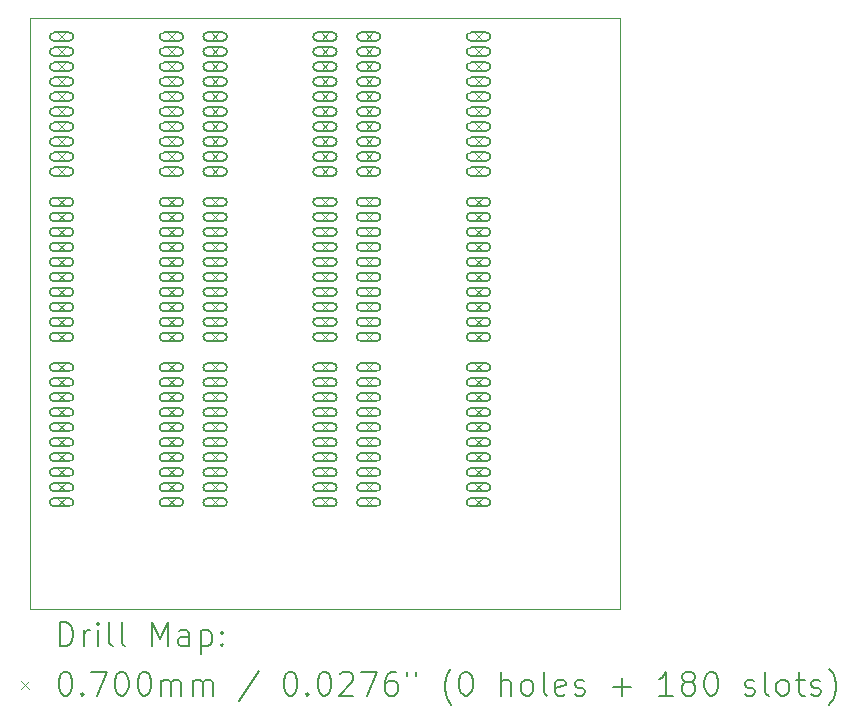
<source format=gbr>
%TF.GenerationSoftware,KiCad,Pcbnew,7.0.7*%
%TF.CreationDate,2023-11-30T18:24:53+01:00*%
%TF.ProjectId,10K_RNet,31304b5f-524e-4657-942e-6b696361645f,rev?*%
%TF.SameCoordinates,Original*%
%TF.FileFunction,Drillmap*%
%TF.FilePolarity,Positive*%
%FSLAX45Y45*%
G04 Gerber Fmt 4.5, Leading zero omitted, Abs format (unit mm)*
G04 Created by KiCad (PCBNEW 7.0.7) date 2023-11-30 18:24:53*
%MOMM*%
%LPD*%
G01*
G04 APERTURE LIST*
%ADD10C,0.100000*%
%ADD11C,0.200000*%
%ADD12C,0.070000*%
G04 APERTURE END LIST*
D10*
X6000000Y-4000000D02*
X11000000Y-4000000D01*
X11000000Y-9000000D01*
X6000000Y-9000000D01*
X6000000Y-4000000D01*
D11*
D12*
X6235000Y-4122000D02*
X6305000Y-4192000D01*
X6305000Y-4122000D02*
X6235000Y-4192000D01*
D11*
X6205000Y-4192000D02*
X6335000Y-4192000D01*
X6335000Y-4192000D02*
G75*
G03*
X6335000Y-4122000I0J35000D01*
G01*
X6335000Y-4122000D02*
X6205000Y-4122000D01*
X6205000Y-4122000D02*
G75*
G03*
X6205000Y-4192000I0J-35000D01*
G01*
D12*
X6235000Y-4249000D02*
X6305000Y-4319000D01*
X6305000Y-4249000D02*
X6235000Y-4319000D01*
D11*
X6205000Y-4319000D02*
X6335000Y-4319000D01*
X6335000Y-4319000D02*
G75*
G03*
X6335000Y-4249000I0J35000D01*
G01*
X6335000Y-4249000D02*
X6205000Y-4249000D01*
X6205000Y-4249000D02*
G75*
G03*
X6205000Y-4319000I0J-35000D01*
G01*
D12*
X6235000Y-4376000D02*
X6305000Y-4446000D01*
X6305000Y-4376000D02*
X6235000Y-4446000D01*
D11*
X6205000Y-4446000D02*
X6335000Y-4446000D01*
X6335000Y-4446000D02*
G75*
G03*
X6335000Y-4376000I0J35000D01*
G01*
X6335000Y-4376000D02*
X6205000Y-4376000D01*
X6205000Y-4376000D02*
G75*
G03*
X6205000Y-4446000I0J-35000D01*
G01*
D12*
X6235000Y-4503000D02*
X6305000Y-4573000D01*
X6305000Y-4503000D02*
X6235000Y-4573000D01*
D11*
X6205000Y-4573000D02*
X6335000Y-4573000D01*
X6335000Y-4573000D02*
G75*
G03*
X6335000Y-4503000I0J35000D01*
G01*
X6335000Y-4503000D02*
X6205000Y-4503000D01*
X6205000Y-4503000D02*
G75*
G03*
X6205000Y-4573000I0J-35000D01*
G01*
D12*
X6235000Y-4630000D02*
X6305000Y-4700000D01*
X6305000Y-4630000D02*
X6235000Y-4700000D01*
D11*
X6205000Y-4700000D02*
X6335000Y-4700000D01*
X6335000Y-4700000D02*
G75*
G03*
X6335000Y-4630000I0J35000D01*
G01*
X6335000Y-4630000D02*
X6205000Y-4630000D01*
X6205000Y-4630000D02*
G75*
G03*
X6205000Y-4700000I0J-35000D01*
G01*
D12*
X6235000Y-4757000D02*
X6305000Y-4827000D01*
X6305000Y-4757000D02*
X6235000Y-4827000D01*
D11*
X6205000Y-4827000D02*
X6335000Y-4827000D01*
X6335000Y-4827000D02*
G75*
G03*
X6335000Y-4757000I0J35000D01*
G01*
X6335000Y-4757000D02*
X6205000Y-4757000D01*
X6205000Y-4757000D02*
G75*
G03*
X6205000Y-4827000I0J-35000D01*
G01*
D12*
X6235000Y-4884000D02*
X6305000Y-4954000D01*
X6305000Y-4884000D02*
X6235000Y-4954000D01*
D11*
X6205000Y-4954000D02*
X6335000Y-4954000D01*
X6335000Y-4954000D02*
G75*
G03*
X6335000Y-4884000I0J35000D01*
G01*
X6335000Y-4884000D02*
X6205000Y-4884000D01*
X6205000Y-4884000D02*
G75*
G03*
X6205000Y-4954000I0J-35000D01*
G01*
D12*
X6235000Y-5011000D02*
X6305000Y-5081000D01*
X6305000Y-5011000D02*
X6235000Y-5081000D01*
D11*
X6205000Y-5081000D02*
X6335000Y-5081000D01*
X6335000Y-5081000D02*
G75*
G03*
X6335000Y-5011000I0J35000D01*
G01*
X6335000Y-5011000D02*
X6205000Y-5011000D01*
X6205000Y-5011000D02*
G75*
G03*
X6205000Y-5081000I0J-35000D01*
G01*
D12*
X6235000Y-5138000D02*
X6305000Y-5208000D01*
X6305000Y-5138000D02*
X6235000Y-5208000D01*
D11*
X6205000Y-5208000D02*
X6335000Y-5208000D01*
X6335000Y-5208000D02*
G75*
G03*
X6335000Y-5138000I0J35000D01*
G01*
X6335000Y-5138000D02*
X6205000Y-5138000D01*
X6205000Y-5138000D02*
G75*
G03*
X6205000Y-5208000I0J-35000D01*
G01*
D12*
X6235000Y-5265000D02*
X6305000Y-5335000D01*
X6305000Y-5265000D02*
X6235000Y-5335000D01*
D11*
X6205000Y-5335000D02*
X6335000Y-5335000D01*
X6335000Y-5335000D02*
G75*
G03*
X6335000Y-5265000I0J35000D01*
G01*
X6335000Y-5265000D02*
X6205000Y-5265000D01*
X6205000Y-5265000D02*
G75*
G03*
X6205000Y-5335000I0J-35000D01*
G01*
D12*
X6235000Y-5522000D02*
X6305000Y-5592000D01*
X6305000Y-5522000D02*
X6235000Y-5592000D01*
D11*
X6205000Y-5592000D02*
X6335000Y-5592000D01*
X6335000Y-5592000D02*
G75*
G03*
X6335000Y-5522000I0J35000D01*
G01*
X6335000Y-5522000D02*
X6205000Y-5522000D01*
X6205000Y-5522000D02*
G75*
G03*
X6205000Y-5592000I0J-35000D01*
G01*
D12*
X6235000Y-5649000D02*
X6305000Y-5719000D01*
X6305000Y-5649000D02*
X6235000Y-5719000D01*
D11*
X6205000Y-5719000D02*
X6335000Y-5719000D01*
X6335000Y-5719000D02*
G75*
G03*
X6335000Y-5649000I0J35000D01*
G01*
X6335000Y-5649000D02*
X6205000Y-5649000D01*
X6205000Y-5649000D02*
G75*
G03*
X6205000Y-5719000I0J-35000D01*
G01*
D12*
X6235000Y-5776000D02*
X6305000Y-5846000D01*
X6305000Y-5776000D02*
X6235000Y-5846000D01*
D11*
X6205000Y-5846000D02*
X6335000Y-5846000D01*
X6335000Y-5846000D02*
G75*
G03*
X6335000Y-5776000I0J35000D01*
G01*
X6335000Y-5776000D02*
X6205000Y-5776000D01*
X6205000Y-5776000D02*
G75*
G03*
X6205000Y-5846000I0J-35000D01*
G01*
D12*
X6235000Y-5903000D02*
X6305000Y-5973000D01*
X6305000Y-5903000D02*
X6235000Y-5973000D01*
D11*
X6205000Y-5973000D02*
X6335000Y-5973000D01*
X6335000Y-5973000D02*
G75*
G03*
X6335000Y-5903000I0J35000D01*
G01*
X6335000Y-5903000D02*
X6205000Y-5903000D01*
X6205000Y-5903000D02*
G75*
G03*
X6205000Y-5973000I0J-35000D01*
G01*
D12*
X6235000Y-6030000D02*
X6305000Y-6100000D01*
X6305000Y-6030000D02*
X6235000Y-6100000D01*
D11*
X6205000Y-6100000D02*
X6335000Y-6100000D01*
X6335000Y-6100000D02*
G75*
G03*
X6335000Y-6030000I0J35000D01*
G01*
X6335000Y-6030000D02*
X6205000Y-6030000D01*
X6205000Y-6030000D02*
G75*
G03*
X6205000Y-6100000I0J-35000D01*
G01*
D12*
X6235000Y-6157000D02*
X6305000Y-6227000D01*
X6305000Y-6157000D02*
X6235000Y-6227000D01*
D11*
X6205000Y-6227000D02*
X6335000Y-6227000D01*
X6335000Y-6227000D02*
G75*
G03*
X6335000Y-6157000I0J35000D01*
G01*
X6335000Y-6157000D02*
X6205000Y-6157000D01*
X6205000Y-6157000D02*
G75*
G03*
X6205000Y-6227000I0J-35000D01*
G01*
D12*
X6235000Y-6284000D02*
X6305000Y-6354000D01*
X6305000Y-6284000D02*
X6235000Y-6354000D01*
D11*
X6205000Y-6354000D02*
X6335000Y-6354000D01*
X6335000Y-6354000D02*
G75*
G03*
X6335000Y-6284000I0J35000D01*
G01*
X6335000Y-6284000D02*
X6205000Y-6284000D01*
X6205000Y-6284000D02*
G75*
G03*
X6205000Y-6354000I0J-35000D01*
G01*
D12*
X6235000Y-6411000D02*
X6305000Y-6481000D01*
X6305000Y-6411000D02*
X6235000Y-6481000D01*
D11*
X6205000Y-6481000D02*
X6335000Y-6481000D01*
X6335000Y-6481000D02*
G75*
G03*
X6335000Y-6411000I0J35000D01*
G01*
X6335000Y-6411000D02*
X6205000Y-6411000D01*
X6205000Y-6411000D02*
G75*
G03*
X6205000Y-6481000I0J-35000D01*
G01*
D12*
X6235000Y-6538000D02*
X6305000Y-6608000D01*
X6305000Y-6538000D02*
X6235000Y-6608000D01*
D11*
X6205000Y-6608000D02*
X6335000Y-6608000D01*
X6335000Y-6608000D02*
G75*
G03*
X6335000Y-6538000I0J35000D01*
G01*
X6335000Y-6538000D02*
X6205000Y-6538000D01*
X6205000Y-6538000D02*
G75*
G03*
X6205000Y-6608000I0J-35000D01*
G01*
D12*
X6235000Y-6665000D02*
X6305000Y-6735000D01*
X6305000Y-6665000D02*
X6235000Y-6735000D01*
D11*
X6205000Y-6735000D02*
X6335000Y-6735000D01*
X6335000Y-6735000D02*
G75*
G03*
X6335000Y-6665000I0J35000D01*
G01*
X6335000Y-6665000D02*
X6205000Y-6665000D01*
X6205000Y-6665000D02*
G75*
G03*
X6205000Y-6735000I0J-35000D01*
G01*
D12*
X6235000Y-6922000D02*
X6305000Y-6992000D01*
X6305000Y-6922000D02*
X6235000Y-6992000D01*
D11*
X6205000Y-6992000D02*
X6335000Y-6992000D01*
X6335000Y-6992000D02*
G75*
G03*
X6335000Y-6922000I0J35000D01*
G01*
X6335000Y-6922000D02*
X6205000Y-6922000D01*
X6205000Y-6922000D02*
G75*
G03*
X6205000Y-6992000I0J-35000D01*
G01*
D12*
X6235000Y-7049000D02*
X6305000Y-7119000D01*
X6305000Y-7049000D02*
X6235000Y-7119000D01*
D11*
X6205000Y-7119000D02*
X6335000Y-7119000D01*
X6335000Y-7119000D02*
G75*
G03*
X6335000Y-7049000I0J35000D01*
G01*
X6335000Y-7049000D02*
X6205000Y-7049000D01*
X6205000Y-7049000D02*
G75*
G03*
X6205000Y-7119000I0J-35000D01*
G01*
D12*
X6235000Y-7176000D02*
X6305000Y-7246000D01*
X6305000Y-7176000D02*
X6235000Y-7246000D01*
D11*
X6205000Y-7246000D02*
X6335000Y-7246000D01*
X6335000Y-7246000D02*
G75*
G03*
X6335000Y-7176000I0J35000D01*
G01*
X6335000Y-7176000D02*
X6205000Y-7176000D01*
X6205000Y-7176000D02*
G75*
G03*
X6205000Y-7246000I0J-35000D01*
G01*
D12*
X6235000Y-7303000D02*
X6305000Y-7373000D01*
X6305000Y-7303000D02*
X6235000Y-7373000D01*
D11*
X6205000Y-7373000D02*
X6335000Y-7373000D01*
X6335000Y-7373000D02*
G75*
G03*
X6335000Y-7303000I0J35000D01*
G01*
X6335000Y-7303000D02*
X6205000Y-7303000D01*
X6205000Y-7303000D02*
G75*
G03*
X6205000Y-7373000I0J-35000D01*
G01*
D12*
X6235000Y-7430000D02*
X6305000Y-7500000D01*
X6305000Y-7430000D02*
X6235000Y-7500000D01*
D11*
X6205000Y-7500000D02*
X6335000Y-7500000D01*
X6335000Y-7500000D02*
G75*
G03*
X6335000Y-7430000I0J35000D01*
G01*
X6335000Y-7430000D02*
X6205000Y-7430000D01*
X6205000Y-7430000D02*
G75*
G03*
X6205000Y-7500000I0J-35000D01*
G01*
D12*
X6235000Y-7557000D02*
X6305000Y-7627000D01*
X6305000Y-7557000D02*
X6235000Y-7627000D01*
D11*
X6205000Y-7627000D02*
X6335000Y-7627000D01*
X6335000Y-7627000D02*
G75*
G03*
X6335000Y-7557000I0J35000D01*
G01*
X6335000Y-7557000D02*
X6205000Y-7557000D01*
X6205000Y-7557000D02*
G75*
G03*
X6205000Y-7627000I0J-35000D01*
G01*
D12*
X6235000Y-7684000D02*
X6305000Y-7754000D01*
X6305000Y-7684000D02*
X6235000Y-7754000D01*
D11*
X6205000Y-7754000D02*
X6335000Y-7754000D01*
X6335000Y-7754000D02*
G75*
G03*
X6335000Y-7684000I0J35000D01*
G01*
X6335000Y-7684000D02*
X6205000Y-7684000D01*
X6205000Y-7684000D02*
G75*
G03*
X6205000Y-7754000I0J-35000D01*
G01*
D12*
X6235000Y-7811000D02*
X6305000Y-7881000D01*
X6305000Y-7811000D02*
X6235000Y-7881000D01*
D11*
X6205000Y-7881000D02*
X6335000Y-7881000D01*
X6335000Y-7881000D02*
G75*
G03*
X6335000Y-7811000I0J35000D01*
G01*
X6335000Y-7811000D02*
X6205000Y-7811000D01*
X6205000Y-7811000D02*
G75*
G03*
X6205000Y-7881000I0J-35000D01*
G01*
D12*
X6235000Y-7938000D02*
X6305000Y-8008000D01*
X6305000Y-7938000D02*
X6235000Y-8008000D01*
D11*
X6205000Y-8008000D02*
X6335000Y-8008000D01*
X6335000Y-8008000D02*
G75*
G03*
X6335000Y-7938000I0J35000D01*
G01*
X6335000Y-7938000D02*
X6205000Y-7938000D01*
X6205000Y-7938000D02*
G75*
G03*
X6205000Y-8008000I0J-35000D01*
G01*
D12*
X6235000Y-8065000D02*
X6305000Y-8135000D01*
X6305000Y-8065000D02*
X6235000Y-8135000D01*
D11*
X6205000Y-8135000D02*
X6335000Y-8135000D01*
X6335000Y-8135000D02*
G75*
G03*
X6335000Y-8065000I0J35000D01*
G01*
X6335000Y-8065000D02*
X6205000Y-8065000D01*
X6205000Y-8065000D02*
G75*
G03*
X6205000Y-8135000I0J-35000D01*
G01*
D12*
X7165000Y-4122000D02*
X7235000Y-4192000D01*
X7235000Y-4122000D02*
X7165000Y-4192000D01*
D11*
X7135000Y-4192000D02*
X7265000Y-4192000D01*
X7265000Y-4192000D02*
G75*
G03*
X7265000Y-4122000I0J35000D01*
G01*
X7265000Y-4122000D02*
X7135000Y-4122000D01*
X7135000Y-4122000D02*
G75*
G03*
X7135000Y-4192000I0J-35000D01*
G01*
D12*
X7165000Y-4249000D02*
X7235000Y-4319000D01*
X7235000Y-4249000D02*
X7165000Y-4319000D01*
D11*
X7135000Y-4319000D02*
X7265000Y-4319000D01*
X7265000Y-4319000D02*
G75*
G03*
X7265000Y-4249000I0J35000D01*
G01*
X7265000Y-4249000D02*
X7135000Y-4249000D01*
X7135000Y-4249000D02*
G75*
G03*
X7135000Y-4319000I0J-35000D01*
G01*
D12*
X7165000Y-4376000D02*
X7235000Y-4446000D01*
X7235000Y-4376000D02*
X7165000Y-4446000D01*
D11*
X7135000Y-4446000D02*
X7265000Y-4446000D01*
X7265000Y-4446000D02*
G75*
G03*
X7265000Y-4376000I0J35000D01*
G01*
X7265000Y-4376000D02*
X7135000Y-4376000D01*
X7135000Y-4376000D02*
G75*
G03*
X7135000Y-4446000I0J-35000D01*
G01*
D12*
X7165000Y-4503000D02*
X7235000Y-4573000D01*
X7235000Y-4503000D02*
X7165000Y-4573000D01*
D11*
X7135000Y-4573000D02*
X7265000Y-4573000D01*
X7265000Y-4573000D02*
G75*
G03*
X7265000Y-4503000I0J35000D01*
G01*
X7265000Y-4503000D02*
X7135000Y-4503000D01*
X7135000Y-4503000D02*
G75*
G03*
X7135000Y-4573000I0J-35000D01*
G01*
D12*
X7165000Y-4630000D02*
X7235000Y-4700000D01*
X7235000Y-4630000D02*
X7165000Y-4700000D01*
D11*
X7135000Y-4700000D02*
X7265000Y-4700000D01*
X7265000Y-4700000D02*
G75*
G03*
X7265000Y-4630000I0J35000D01*
G01*
X7265000Y-4630000D02*
X7135000Y-4630000D01*
X7135000Y-4630000D02*
G75*
G03*
X7135000Y-4700000I0J-35000D01*
G01*
D12*
X7165000Y-4757000D02*
X7235000Y-4827000D01*
X7235000Y-4757000D02*
X7165000Y-4827000D01*
D11*
X7135000Y-4827000D02*
X7265000Y-4827000D01*
X7265000Y-4827000D02*
G75*
G03*
X7265000Y-4757000I0J35000D01*
G01*
X7265000Y-4757000D02*
X7135000Y-4757000D01*
X7135000Y-4757000D02*
G75*
G03*
X7135000Y-4827000I0J-35000D01*
G01*
D12*
X7165000Y-4884000D02*
X7235000Y-4954000D01*
X7235000Y-4884000D02*
X7165000Y-4954000D01*
D11*
X7135000Y-4954000D02*
X7265000Y-4954000D01*
X7265000Y-4954000D02*
G75*
G03*
X7265000Y-4884000I0J35000D01*
G01*
X7265000Y-4884000D02*
X7135000Y-4884000D01*
X7135000Y-4884000D02*
G75*
G03*
X7135000Y-4954000I0J-35000D01*
G01*
D12*
X7165000Y-5011000D02*
X7235000Y-5081000D01*
X7235000Y-5011000D02*
X7165000Y-5081000D01*
D11*
X7135000Y-5081000D02*
X7265000Y-5081000D01*
X7265000Y-5081000D02*
G75*
G03*
X7265000Y-5011000I0J35000D01*
G01*
X7265000Y-5011000D02*
X7135000Y-5011000D01*
X7135000Y-5011000D02*
G75*
G03*
X7135000Y-5081000I0J-35000D01*
G01*
D12*
X7165000Y-5138000D02*
X7235000Y-5208000D01*
X7235000Y-5138000D02*
X7165000Y-5208000D01*
D11*
X7135000Y-5208000D02*
X7265000Y-5208000D01*
X7265000Y-5208000D02*
G75*
G03*
X7265000Y-5138000I0J35000D01*
G01*
X7265000Y-5138000D02*
X7135000Y-5138000D01*
X7135000Y-5138000D02*
G75*
G03*
X7135000Y-5208000I0J-35000D01*
G01*
D12*
X7165000Y-5265000D02*
X7235000Y-5335000D01*
X7235000Y-5265000D02*
X7165000Y-5335000D01*
D11*
X7135000Y-5335000D02*
X7265000Y-5335000D01*
X7265000Y-5335000D02*
G75*
G03*
X7265000Y-5265000I0J35000D01*
G01*
X7265000Y-5265000D02*
X7135000Y-5265000D01*
X7135000Y-5265000D02*
G75*
G03*
X7135000Y-5335000I0J-35000D01*
G01*
D12*
X7165000Y-5522000D02*
X7235000Y-5592000D01*
X7235000Y-5522000D02*
X7165000Y-5592000D01*
D11*
X7135000Y-5592000D02*
X7265000Y-5592000D01*
X7265000Y-5592000D02*
G75*
G03*
X7265000Y-5522000I0J35000D01*
G01*
X7265000Y-5522000D02*
X7135000Y-5522000D01*
X7135000Y-5522000D02*
G75*
G03*
X7135000Y-5592000I0J-35000D01*
G01*
D12*
X7165000Y-5649000D02*
X7235000Y-5719000D01*
X7235000Y-5649000D02*
X7165000Y-5719000D01*
D11*
X7135000Y-5719000D02*
X7265000Y-5719000D01*
X7265000Y-5719000D02*
G75*
G03*
X7265000Y-5649000I0J35000D01*
G01*
X7265000Y-5649000D02*
X7135000Y-5649000D01*
X7135000Y-5649000D02*
G75*
G03*
X7135000Y-5719000I0J-35000D01*
G01*
D12*
X7165000Y-5776000D02*
X7235000Y-5846000D01*
X7235000Y-5776000D02*
X7165000Y-5846000D01*
D11*
X7135000Y-5846000D02*
X7265000Y-5846000D01*
X7265000Y-5846000D02*
G75*
G03*
X7265000Y-5776000I0J35000D01*
G01*
X7265000Y-5776000D02*
X7135000Y-5776000D01*
X7135000Y-5776000D02*
G75*
G03*
X7135000Y-5846000I0J-35000D01*
G01*
D12*
X7165000Y-5903000D02*
X7235000Y-5973000D01*
X7235000Y-5903000D02*
X7165000Y-5973000D01*
D11*
X7135000Y-5973000D02*
X7265000Y-5973000D01*
X7265000Y-5973000D02*
G75*
G03*
X7265000Y-5903000I0J35000D01*
G01*
X7265000Y-5903000D02*
X7135000Y-5903000D01*
X7135000Y-5903000D02*
G75*
G03*
X7135000Y-5973000I0J-35000D01*
G01*
D12*
X7165000Y-6030000D02*
X7235000Y-6100000D01*
X7235000Y-6030000D02*
X7165000Y-6100000D01*
D11*
X7135000Y-6100000D02*
X7265000Y-6100000D01*
X7265000Y-6100000D02*
G75*
G03*
X7265000Y-6030000I0J35000D01*
G01*
X7265000Y-6030000D02*
X7135000Y-6030000D01*
X7135000Y-6030000D02*
G75*
G03*
X7135000Y-6100000I0J-35000D01*
G01*
D12*
X7165000Y-6157000D02*
X7235000Y-6227000D01*
X7235000Y-6157000D02*
X7165000Y-6227000D01*
D11*
X7135000Y-6227000D02*
X7265000Y-6227000D01*
X7265000Y-6227000D02*
G75*
G03*
X7265000Y-6157000I0J35000D01*
G01*
X7265000Y-6157000D02*
X7135000Y-6157000D01*
X7135000Y-6157000D02*
G75*
G03*
X7135000Y-6227000I0J-35000D01*
G01*
D12*
X7165000Y-6284000D02*
X7235000Y-6354000D01*
X7235000Y-6284000D02*
X7165000Y-6354000D01*
D11*
X7135000Y-6354000D02*
X7265000Y-6354000D01*
X7265000Y-6354000D02*
G75*
G03*
X7265000Y-6284000I0J35000D01*
G01*
X7265000Y-6284000D02*
X7135000Y-6284000D01*
X7135000Y-6284000D02*
G75*
G03*
X7135000Y-6354000I0J-35000D01*
G01*
D12*
X7165000Y-6411000D02*
X7235000Y-6481000D01*
X7235000Y-6411000D02*
X7165000Y-6481000D01*
D11*
X7135000Y-6481000D02*
X7265000Y-6481000D01*
X7265000Y-6481000D02*
G75*
G03*
X7265000Y-6411000I0J35000D01*
G01*
X7265000Y-6411000D02*
X7135000Y-6411000D01*
X7135000Y-6411000D02*
G75*
G03*
X7135000Y-6481000I0J-35000D01*
G01*
D12*
X7165000Y-6538000D02*
X7235000Y-6608000D01*
X7235000Y-6538000D02*
X7165000Y-6608000D01*
D11*
X7135000Y-6608000D02*
X7265000Y-6608000D01*
X7265000Y-6608000D02*
G75*
G03*
X7265000Y-6538000I0J35000D01*
G01*
X7265000Y-6538000D02*
X7135000Y-6538000D01*
X7135000Y-6538000D02*
G75*
G03*
X7135000Y-6608000I0J-35000D01*
G01*
D12*
X7165000Y-6665000D02*
X7235000Y-6735000D01*
X7235000Y-6665000D02*
X7165000Y-6735000D01*
D11*
X7135000Y-6735000D02*
X7265000Y-6735000D01*
X7265000Y-6735000D02*
G75*
G03*
X7265000Y-6665000I0J35000D01*
G01*
X7265000Y-6665000D02*
X7135000Y-6665000D01*
X7135000Y-6665000D02*
G75*
G03*
X7135000Y-6735000I0J-35000D01*
G01*
D12*
X7165000Y-6922000D02*
X7235000Y-6992000D01*
X7235000Y-6922000D02*
X7165000Y-6992000D01*
D11*
X7135000Y-6992000D02*
X7265000Y-6992000D01*
X7265000Y-6992000D02*
G75*
G03*
X7265000Y-6922000I0J35000D01*
G01*
X7265000Y-6922000D02*
X7135000Y-6922000D01*
X7135000Y-6922000D02*
G75*
G03*
X7135000Y-6992000I0J-35000D01*
G01*
D12*
X7165000Y-7049000D02*
X7235000Y-7119000D01*
X7235000Y-7049000D02*
X7165000Y-7119000D01*
D11*
X7135000Y-7119000D02*
X7265000Y-7119000D01*
X7265000Y-7119000D02*
G75*
G03*
X7265000Y-7049000I0J35000D01*
G01*
X7265000Y-7049000D02*
X7135000Y-7049000D01*
X7135000Y-7049000D02*
G75*
G03*
X7135000Y-7119000I0J-35000D01*
G01*
D12*
X7165000Y-7176000D02*
X7235000Y-7246000D01*
X7235000Y-7176000D02*
X7165000Y-7246000D01*
D11*
X7135000Y-7246000D02*
X7265000Y-7246000D01*
X7265000Y-7246000D02*
G75*
G03*
X7265000Y-7176000I0J35000D01*
G01*
X7265000Y-7176000D02*
X7135000Y-7176000D01*
X7135000Y-7176000D02*
G75*
G03*
X7135000Y-7246000I0J-35000D01*
G01*
D12*
X7165000Y-7303000D02*
X7235000Y-7373000D01*
X7235000Y-7303000D02*
X7165000Y-7373000D01*
D11*
X7135000Y-7373000D02*
X7265000Y-7373000D01*
X7265000Y-7373000D02*
G75*
G03*
X7265000Y-7303000I0J35000D01*
G01*
X7265000Y-7303000D02*
X7135000Y-7303000D01*
X7135000Y-7303000D02*
G75*
G03*
X7135000Y-7373000I0J-35000D01*
G01*
D12*
X7165000Y-7430000D02*
X7235000Y-7500000D01*
X7235000Y-7430000D02*
X7165000Y-7500000D01*
D11*
X7135000Y-7500000D02*
X7265000Y-7500000D01*
X7265000Y-7500000D02*
G75*
G03*
X7265000Y-7430000I0J35000D01*
G01*
X7265000Y-7430000D02*
X7135000Y-7430000D01*
X7135000Y-7430000D02*
G75*
G03*
X7135000Y-7500000I0J-35000D01*
G01*
D12*
X7165000Y-7557000D02*
X7235000Y-7627000D01*
X7235000Y-7557000D02*
X7165000Y-7627000D01*
D11*
X7135000Y-7627000D02*
X7265000Y-7627000D01*
X7265000Y-7627000D02*
G75*
G03*
X7265000Y-7557000I0J35000D01*
G01*
X7265000Y-7557000D02*
X7135000Y-7557000D01*
X7135000Y-7557000D02*
G75*
G03*
X7135000Y-7627000I0J-35000D01*
G01*
D12*
X7165000Y-7684000D02*
X7235000Y-7754000D01*
X7235000Y-7684000D02*
X7165000Y-7754000D01*
D11*
X7135000Y-7754000D02*
X7265000Y-7754000D01*
X7265000Y-7754000D02*
G75*
G03*
X7265000Y-7684000I0J35000D01*
G01*
X7265000Y-7684000D02*
X7135000Y-7684000D01*
X7135000Y-7684000D02*
G75*
G03*
X7135000Y-7754000I0J-35000D01*
G01*
D12*
X7165000Y-7811000D02*
X7235000Y-7881000D01*
X7235000Y-7811000D02*
X7165000Y-7881000D01*
D11*
X7135000Y-7881000D02*
X7265000Y-7881000D01*
X7265000Y-7881000D02*
G75*
G03*
X7265000Y-7811000I0J35000D01*
G01*
X7265000Y-7811000D02*
X7135000Y-7811000D01*
X7135000Y-7811000D02*
G75*
G03*
X7135000Y-7881000I0J-35000D01*
G01*
D12*
X7165000Y-7938000D02*
X7235000Y-8008000D01*
X7235000Y-7938000D02*
X7165000Y-8008000D01*
D11*
X7135000Y-8008000D02*
X7265000Y-8008000D01*
X7265000Y-8008000D02*
G75*
G03*
X7265000Y-7938000I0J35000D01*
G01*
X7265000Y-7938000D02*
X7135000Y-7938000D01*
X7135000Y-7938000D02*
G75*
G03*
X7135000Y-8008000I0J-35000D01*
G01*
D12*
X7165000Y-8065000D02*
X7235000Y-8135000D01*
X7235000Y-8065000D02*
X7165000Y-8135000D01*
D11*
X7135000Y-8135000D02*
X7265000Y-8135000D01*
X7265000Y-8135000D02*
G75*
G03*
X7265000Y-8065000I0J35000D01*
G01*
X7265000Y-8065000D02*
X7135000Y-8065000D01*
X7135000Y-8065000D02*
G75*
G03*
X7135000Y-8135000I0J-35000D01*
G01*
D12*
X7535000Y-4122000D02*
X7605000Y-4192000D01*
X7605000Y-4122000D02*
X7535000Y-4192000D01*
D11*
X7505000Y-4192000D02*
X7635000Y-4192000D01*
X7635000Y-4192000D02*
G75*
G03*
X7635000Y-4122000I0J35000D01*
G01*
X7635000Y-4122000D02*
X7505000Y-4122000D01*
X7505000Y-4122000D02*
G75*
G03*
X7505000Y-4192000I0J-35000D01*
G01*
D12*
X7535000Y-4249000D02*
X7605000Y-4319000D01*
X7605000Y-4249000D02*
X7535000Y-4319000D01*
D11*
X7505000Y-4319000D02*
X7635000Y-4319000D01*
X7635000Y-4319000D02*
G75*
G03*
X7635000Y-4249000I0J35000D01*
G01*
X7635000Y-4249000D02*
X7505000Y-4249000D01*
X7505000Y-4249000D02*
G75*
G03*
X7505000Y-4319000I0J-35000D01*
G01*
D12*
X7535000Y-4376000D02*
X7605000Y-4446000D01*
X7605000Y-4376000D02*
X7535000Y-4446000D01*
D11*
X7505000Y-4446000D02*
X7635000Y-4446000D01*
X7635000Y-4446000D02*
G75*
G03*
X7635000Y-4376000I0J35000D01*
G01*
X7635000Y-4376000D02*
X7505000Y-4376000D01*
X7505000Y-4376000D02*
G75*
G03*
X7505000Y-4446000I0J-35000D01*
G01*
D12*
X7535000Y-4503000D02*
X7605000Y-4573000D01*
X7605000Y-4503000D02*
X7535000Y-4573000D01*
D11*
X7505000Y-4573000D02*
X7635000Y-4573000D01*
X7635000Y-4573000D02*
G75*
G03*
X7635000Y-4503000I0J35000D01*
G01*
X7635000Y-4503000D02*
X7505000Y-4503000D01*
X7505000Y-4503000D02*
G75*
G03*
X7505000Y-4573000I0J-35000D01*
G01*
D12*
X7535000Y-4630000D02*
X7605000Y-4700000D01*
X7605000Y-4630000D02*
X7535000Y-4700000D01*
D11*
X7505000Y-4700000D02*
X7635000Y-4700000D01*
X7635000Y-4700000D02*
G75*
G03*
X7635000Y-4630000I0J35000D01*
G01*
X7635000Y-4630000D02*
X7505000Y-4630000D01*
X7505000Y-4630000D02*
G75*
G03*
X7505000Y-4700000I0J-35000D01*
G01*
D12*
X7535000Y-4757000D02*
X7605000Y-4827000D01*
X7605000Y-4757000D02*
X7535000Y-4827000D01*
D11*
X7505000Y-4827000D02*
X7635000Y-4827000D01*
X7635000Y-4827000D02*
G75*
G03*
X7635000Y-4757000I0J35000D01*
G01*
X7635000Y-4757000D02*
X7505000Y-4757000D01*
X7505000Y-4757000D02*
G75*
G03*
X7505000Y-4827000I0J-35000D01*
G01*
D12*
X7535000Y-4884000D02*
X7605000Y-4954000D01*
X7605000Y-4884000D02*
X7535000Y-4954000D01*
D11*
X7505000Y-4954000D02*
X7635000Y-4954000D01*
X7635000Y-4954000D02*
G75*
G03*
X7635000Y-4884000I0J35000D01*
G01*
X7635000Y-4884000D02*
X7505000Y-4884000D01*
X7505000Y-4884000D02*
G75*
G03*
X7505000Y-4954000I0J-35000D01*
G01*
D12*
X7535000Y-5011000D02*
X7605000Y-5081000D01*
X7605000Y-5011000D02*
X7535000Y-5081000D01*
D11*
X7505000Y-5081000D02*
X7635000Y-5081000D01*
X7635000Y-5081000D02*
G75*
G03*
X7635000Y-5011000I0J35000D01*
G01*
X7635000Y-5011000D02*
X7505000Y-5011000D01*
X7505000Y-5011000D02*
G75*
G03*
X7505000Y-5081000I0J-35000D01*
G01*
D12*
X7535000Y-5138000D02*
X7605000Y-5208000D01*
X7605000Y-5138000D02*
X7535000Y-5208000D01*
D11*
X7505000Y-5208000D02*
X7635000Y-5208000D01*
X7635000Y-5208000D02*
G75*
G03*
X7635000Y-5138000I0J35000D01*
G01*
X7635000Y-5138000D02*
X7505000Y-5138000D01*
X7505000Y-5138000D02*
G75*
G03*
X7505000Y-5208000I0J-35000D01*
G01*
D12*
X7535000Y-5265000D02*
X7605000Y-5335000D01*
X7605000Y-5265000D02*
X7535000Y-5335000D01*
D11*
X7505000Y-5335000D02*
X7635000Y-5335000D01*
X7635000Y-5335000D02*
G75*
G03*
X7635000Y-5265000I0J35000D01*
G01*
X7635000Y-5265000D02*
X7505000Y-5265000D01*
X7505000Y-5265000D02*
G75*
G03*
X7505000Y-5335000I0J-35000D01*
G01*
D12*
X7535000Y-5522000D02*
X7605000Y-5592000D01*
X7605000Y-5522000D02*
X7535000Y-5592000D01*
D11*
X7505000Y-5592000D02*
X7635000Y-5592000D01*
X7635000Y-5592000D02*
G75*
G03*
X7635000Y-5522000I0J35000D01*
G01*
X7635000Y-5522000D02*
X7505000Y-5522000D01*
X7505000Y-5522000D02*
G75*
G03*
X7505000Y-5592000I0J-35000D01*
G01*
D12*
X7535000Y-5649000D02*
X7605000Y-5719000D01*
X7605000Y-5649000D02*
X7535000Y-5719000D01*
D11*
X7505000Y-5719000D02*
X7635000Y-5719000D01*
X7635000Y-5719000D02*
G75*
G03*
X7635000Y-5649000I0J35000D01*
G01*
X7635000Y-5649000D02*
X7505000Y-5649000D01*
X7505000Y-5649000D02*
G75*
G03*
X7505000Y-5719000I0J-35000D01*
G01*
D12*
X7535000Y-5776000D02*
X7605000Y-5846000D01*
X7605000Y-5776000D02*
X7535000Y-5846000D01*
D11*
X7505000Y-5846000D02*
X7635000Y-5846000D01*
X7635000Y-5846000D02*
G75*
G03*
X7635000Y-5776000I0J35000D01*
G01*
X7635000Y-5776000D02*
X7505000Y-5776000D01*
X7505000Y-5776000D02*
G75*
G03*
X7505000Y-5846000I0J-35000D01*
G01*
D12*
X7535000Y-5903000D02*
X7605000Y-5973000D01*
X7605000Y-5903000D02*
X7535000Y-5973000D01*
D11*
X7505000Y-5973000D02*
X7635000Y-5973000D01*
X7635000Y-5973000D02*
G75*
G03*
X7635000Y-5903000I0J35000D01*
G01*
X7635000Y-5903000D02*
X7505000Y-5903000D01*
X7505000Y-5903000D02*
G75*
G03*
X7505000Y-5973000I0J-35000D01*
G01*
D12*
X7535000Y-6030000D02*
X7605000Y-6100000D01*
X7605000Y-6030000D02*
X7535000Y-6100000D01*
D11*
X7505000Y-6100000D02*
X7635000Y-6100000D01*
X7635000Y-6100000D02*
G75*
G03*
X7635000Y-6030000I0J35000D01*
G01*
X7635000Y-6030000D02*
X7505000Y-6030000D01*
X7505000Y-6030000D02*
G75*
G03*
X7505000Y-6100000I0J-35000D01*
G01*
D12*
X7535000Y-6157000D02*
X7605000Y-6227000D01*
X7605000Y-6157000D02*
X7535000Y-6227000D01*
D11*
X7505000Y-6227000D02*
X7635000Y-6227000D01*
X7635000Y-6227000D02*
G75*
G03*
X7635000Y-6157000I0J35000D01*
G01*
X7635000Y-6157000D02*
X7505000Y-6157000D01*
X7505000Y-6157000D02*
G75*
G03*
X7505000Y-6227000I0J-35000D01*
G01*
D12*
X7535000Y-6284000D02*
X7605000Y-6354000D01*
X7605000Y-6284000D02*
X7535000Y-6354000D01*
D11*
X7505000Y-6354000D02*
X7635000Y-6354000D01*
X7635000Y-6354000D02*
G75*
G03*
X7635000Y-6284000I0J35000D01*
G01*
X7635000Y-6284000D02*
X7505000Y-6284000D01*
X7505000Y-6284000D02*
G75*
G03*
X7505000Y-6354000I0J-35000D01*
G01*
D12*
X7535000Y-6411000D02*
X7605000Y-6481000D01*
X7605000Y-6411000D02*
X7535000Y-6481000D01*
D11*
X7505000Y-6481000D02*
X7635000Y-6481000D01*
X7635000Y-6481000D02*
G75*
G03*
X7635000Y-6411000I0J35000D01*
G01*
X7635000Y-6411000D02*
X7505000Y-6411000D01*
X7505000Y-6411000D02*
G75*
G03*
X7505000Y-6481000I0J-35000D01*
G01*
D12*
X7535000Y-6538000D02*
X7605000Y-6608000D01*
X7605000Y-6538000D02*
X7535000Y-6608000D01*
D11*
X7505000Y-6608000D02*
X7635000Y-6608000D01*
X7635000Y-6608000D02*
G75*
G03*
X7635000Y-6538000I0J35000D01*
G01*
X7635000Y-6538000D02*
X7505000Y-6538000D01*
X7505000Y-6538000D02*
G75*
G03*
X7505000Y-6608000I0J-35000D01*
G01*
D12*
X7535000Y-6665000D02*
X7605000Y-6735000D01*
X7605000Y-6665000D02*
X7535000Y-6735000D01*
D11*
X7505000Y-6735000D02*
X7635000Y-6735000D01*
X7635000Y-6735000D02*
G75*
G03*
X7635000Y-6665000I0J35000D01*
G01*
X7635000Y-6665000D02*
X7505000Y-6665000D01*
X7505000Y-6665000D02*
G75*
G03*
X7505000Y-6735000I0J-35000D01*
G01*
D12*
X7535000Y-6922000D02*
X7605000Y-6992000D01*
X7605000Y-6922000D02*
X7535000Y-6992000D01*
D11*
X7505000Y-6992000D02*
X7635000Y-6992000D01*
X7635000Y-6992000D02*
G75*
G03*
X7635000Y-6922000I0J35000D01*
G01*
X7635000Y-6922000D02*
X7505000Y-6922000D01*
X7505000Y-6922000D02*
G75*
G03*
X7505000Y-6992000I0J-35000D01*
G01*
D12*
X7535000Y-7049000D02*
X7605000Y-7119000D01*
X7605000Y-7049000D02*
X7535000Y-7119000D01*
D11*
X7505000Y-7119000D02*
X7635000Y-7119000D01*
X7635000Y-7119000D02*
G75*
G03*
X7635000Y-7049000I0J35000D01*
G01*
X7635000Y-7049000D02*
X7505000Y-7049000D01*
X7505000Y-7049000D02*
G75*
G03*
X7505000Y-7119000I0J-35000D01*
G01*
D12*
X7535000Y-7176000D02*
X7605000Y-7246000D01*
X7605000Y-7176000D02*
X7535000Y-7246000D01*
D11*
X7505000Y-7246000D02*
X7635000Y-7246000D01*
X7635000Y-7246000D02*
G75*
G03*
X7635000Y-7176000I0J35000D01*
G01*
X7635000Y-7176000D02*
X7505000Y-7176000D01*
X7505000Y-7176000D02*
G75*
G03*
X7505000Y-7246000I0J-35000D01*
G01*
D12*
X7535000Y-7303000D02*
X7605000Y-7373000D01*
X7605000Y-7303000D02*
X7535000Y-7373000D01*
D11*
X7505000Y-7373000D02*
X7635000Y-7373000D01*
X7635000Y-7373000D02*
G75*
G03*
X7635000Y-7303000I0J35000D01*
G01*
X7635000Y-7303000D02*
X7505000Y-7303000D01*
X7505000Y-7303000D02*
G75*
G03*
X7505000Y-7373000I0J-35000D01*
G01*
D12*
X7535000Y-7430000D02*
X7605000Y-7500000D01*
X7605000Y-7430000D02*
X7535000Y-7500000D01*
D11*
X7505000Y-7500000D02*
X7635000Y-7500000D01*
X7635000Y-7500000D02*
G75*
G03*
X7635000Y-7430000I0J35000D01*
G01*
X7635000Y-7430000D02*
X7505000Y-7430000D01*
X7505000Y-7430000D02*
G75*
G03*
X7505000Y-7500000I0J-35000D01*
G01*
D12*
X7535000Y-7557000D02*
X7605000Y-7627000D01*
X7605000Y-7557000D02*
X7535000Y-7627000D01*
D11*
X7505000Y-7627000D02*
X7635000Y-7627000D01*
X7635000Y-7627000D02*
G75*
G03*
X7635000Y-7557000I0J35000D01*
G01*
X7635000Y-7557000D02*
X7505000Y-7557000D01*
X7505000Y-7557000D02*
G75*
G03*
X7505000Y-7627000I0J-35000D01*
G01*
D12*
X7535000Y-7684000D02*
X7605000Y-7754000D01*
X7605000Y-7684000D02*
X7535000Y-7754000D01*
D11*
X7505000Y-7754000D02*
X7635000Y-7754000D01*
X7635000Y-7754000D02*
G75*
G03*
X7635000Y-7684000I0J35000D01*
G01*
X7635000Y-7684000D02*
X7505000Y-7684000D01*
X7505000Y-7684000D02*
G75*
G03*
X7505000Y-7754000I0J-35000D01*
G01*
D12*
X7535000Y-7811000D02*
X7605000Y-7881000D01*
X7605000Y-7811000D02*
X7535000Y-7881000D01*
D11*
X7505000Y-7881000D02*
X7635000Y-7881000D01*
X7635000Y-7881000D02*
G75*
G03*
X7635000Y-7811000I0J35000D01*
G01*
X7635000Y-7811000D02*
X7505000Y-7811000D01*
X7505000Y-7811000D02*
G75*
G03*
X7505000Y-7881000I0J-35000D01*
G01*
D12*
X7535000Y-7938000D02*
X7605000Y-8008000D01*
X7605000Y-7938000D02*
X7535000Y-8008000D01*
D11*
X7505000Y-8008000D02*
X7635000Y-8008000D01*
X7635000Y-8008000D02*
G75*
G03*
X7635000Y-7938000I0J35000D01*
G01*
X7635000Y-7938000D02*
X7505000Y-7938000D01*
X7505000Y-7938000D02*
G75*
G03*
X7505000Y-8008000I0J-35000D01*
G01*
D12*
X7535000Y-8065000D02*
X7605000Y-8135000D01*
X7605000Y-8065000D02*
X7535000Y-8135000D01*
D11*
X7505000Y-8135000D02*
X7635000Y-8135000D01*
X7635000Y-8135000D02*
G75*
G03*
X7635000Y-8065000I0J35000D01*
G01*
X7635000Y-8065000D02*
X7505000Y-8065000D01*
X7505000Y-8065000D02*
G75*
G03*
X7505000Y-8135000I0J-35000D01*
G01*
D12*
X8465000Y-4122000D02*
X8535000Y-4192000D01*
X8535000Y-4122000D02*
X8465000Y-4192000D01*
D11*
X8435000Y-4192000D02*
X8565000Y-4192000D01*
X8565000Y-4192000D02*
G75*
G03*
X8565000Y-4122000I0J35000D01*
G01*
X8565000Y-4122000D02*
X8435000Y-4122000D01*
X8435000Y-4122000D02*
G75*
G03*
X8435000Y-4192000I0J-35000D01*
G01*
D12*
X8465000Y-4249000D02*
X8535000Y-4319000D01*
X8535000Y-4249000D02*
X8465000Y-4319000D01*
D11*
X8435000Y-4319000D02*
X8565000Y-4319000D01*
X8565000Y-4319000D02*
G75*
G03*
X8565000Y-4249000I0J35000D01*
G01*
X8565000Y-4249000D02*
X8435000Y-4249000D01*
X8435000Y-4249000D02*
G75*
G03*
X8435000Y-4319000I0J-35000D01*
G01*
D12*
X8465000Y-4376000D02*
X8535000Y-4446000D01*
X8535000Y-4376000D02*
X8465000Y-4446000D01*
D11*
X8435000Y-4446000D02*
X8565000Y-4446000D01*
X8565000Y-4446000D02*
G75*
G03*
X8565000Y-4376000I0J35000D01*
G01*
X8565000Y-4376000D02*
X8435000Y-4376000D01*
X8435000Y-4376000D02*
G75*
G03*
X8435000Y-4446000I0J-35000D01*
G01*
D12*
X8465000Y-4503000D02*
X8535000Y-4573000D01*
X8535000Y-4503000D02*
X8465000Y-4573000D01*
D11*
X8435000Y-4573000D02*
X8565000Y-4573000D01*
X8565000Y-4573000D02*
G75*
G03*
X8565000Y-4503000I0J35000D01*
G01*
X8565000Y-4503000D02*
X8435000Y-4503000D01*
X8435000Y-4503000D02*
G75*
G03*
X8435000Y-4573000I0J-35000D01*
G01*
D12*
X8465000Y-4630000D02*
X8535000Y-4700000D01*
X8535000Y-4630000D02*
X8465000Y-4700000D01*
D11*
X8435000Y-4700000D02*
X8565000Y-4700000D01*
X8565000Y-4700000D02*
G75*
G03*
X8565000Y-4630000I0J35000D01*
G01*
X8565000Y-4630000D02*
X8435000Y-4630000D01*
X8435000Y-4630000D02*
G75*
G03*
X8435000Y-4700000I0J-35000D01*
G01*
D12*
X8465000Y-4757000D02*
X8535000Y-4827000D01*
X8535000Y-4757000D02*
X8465000Y-4827000D01*
D11*
X8435000Y-4827000D02*
X8565000Y-4827000D01*
X8565000Y-4827000D02*
G75*
G03*
X8565000Y-4757000I0J35000D01*
G01*
X8565000Y-4757000D02*
X8435000Y-4757000D01*
X8435000Y-4757000D02*
G75*
G03*
X8435000Y-4827000I0J-35000D01*
G01*
D12*
X8465000Y-4884000D02*
X8535000Y-4954000D01*
X8535000Y-4884000D02*
X8465000Y-4954000D01*
D11*
X8435000Y-4954000D02*
X8565000Y-4954000D01*
X8565000Y-4954000D02*
G75*
G03*
X8565000Y-4884000I0J35000D01*
G01*
X8565000Y-4884000D02*
X8435000Y-4884000D01*
X8435000Y-4884000D02*
G75*
G03*
X8435000Y-4954000I0J-35000D01*
G01*
D12*
X8465000Y-5011000D02*
X8535000Y-5081000D01*
X8535000Y-5011000D02*
X8465000Y-5081000D01*
D11*
X8435000Y-5081000D02*
X8565000Y-5081000D01*
X8565000Y-5081000D02*
G75*
G03*
X8565000Y-5011000I0J35000D01*
G01*
X8565000Y-5011000D02*
X8435000Y-5011000D01*
X8435000Y-5011000D02*
G75*
G03*
X8435000Y-5081000I0J-35000D01*
G01*
D12*
X8465000Y-5138000D02*
X8535000Y-5208000D01*
X8535000Y-5138000D02*
X8465000Y-5208000D01*
D11*
X8435000Y-5208000D02*
X8565000Y-5208000D01*
X8565000Y-5208000D02*
G75*
G03*
X8565000Y-5138000I0J35000D01*
G01*
X8565000Y-5138000D02*
X8435000Y-5138000D01*
X8435000Y-5138000D02*
G75*
G03*
X8435000Y-5208000I0J-35000D01*
G01*
D12*
X8465000Y-5265000D02*
X8535000Y-5335000D01*
X8535000Y-5265000D02*
X8465000Y-5335000D01*
D11*
X8435000Y-5335000D02*
X8565000Y-5335000D01*
X8565000Y-5335000D02*
G75*
G03*
X8565000Y-5265000I0J35000D01*
G01*
X8565000Y-5265000D02*
X8435000Y-5265000D01*
X8435000Y-5265000D02*
G75*
G03*
X8435000Y-5335000I0J-35000D01*
G01*
D12*
X8465000Y-5522000D02*
X8535000Y-5592000D01*
X8535000Y-5522000D02*
X8465000Y-5592000D01*
D11*
X8435000Y-5592000D02*
X8565000Y-5592000D01*
X8565000Y-5592000D02*
G75*
G03*
X8565000Y-5522000I0J35000D01*
G01*
X8565000Y-5522000D02*
X8435000Y-5522000D01*
X8435000Y-5522000D02*
G75*
G03*
X8435000Y-5592000I0J-35000D01*
G01*
D12*
X8465000Y-5649000D02*
X8535000Y-5719000D01*
X8535000Y-5649000D02*
X8465000Y-5719000D01*
D11*
X8435000Y-5719000D02*
X8565000Y-5719000D01*
X8565000Y-5719000D02*
G75*
G03*
X8565000Y-5649000I0J35000D01*
G01*
X8565000Y-5649000D02*
X8435000Y-5649000D01*
X8435000Y-5649000D02*
G75*
G03*
X8435000Y-5719000I0J-35000D01*
G01*
D12*
X8465000Y-5776000D02*
X8535000Y-5846000D01*
X8535000Y-5776000D02*
X8465000Y-5846000D01*
D11*
X8435000Y-5846000D02*
X8565000Y-5846000D01*
X8565000Y-5846000D02*
G75*
G03*
X8565000Y-5776000I0J35000D01*
G01*
X8565000Y-5776000D02*
X8435000Y-5776000D01*
X8435000Y-5776000D02*
G75*
G03*
X8435000Y-5846000I0J-35000D01*
G01*
D12*
X8465000Y-5903000D02*
X8535000Y-5973000D01*
X8535000Y-5903000D02*
X8465000Y-5973000D01*
D11*
X8435000Y-5973000D02*
X8565000Y-5973000D01*
X8565000Y-5973000D02*
G75*
G03*
X8565000Y-5903000I0J35000D01*
G01*
X8565000Y-5903000D02*
X8435000Y-5903000D01*
X8435000Y-5903000D02*
G75*
G03*
X8435000Y-5973000I0J-35000D01*
G01*
D12*
X8465000Y-6030000D02*
X8535000Y-6100000D01*
X8535000Y-6030000D02*
X8465000Y-6100000D01*
D11*
X8435000Y-6100000D02*
X8565000Y-6100000D01*
X8565000Y-6100000D02*
G75*
G03*
X8565000Y-6030000I0J35000D01*
G01*
X8565000Y-6030000D02*
X8435000Y-6030000D01*
X8435000Y-6030000D02*
G75*
G03*
X8435000Y-6100000I0J-35000D01*
G01*
D12*
X8465000Y-6157000D02*
X8535000Y-6227000D01*
X8535000Y-6157000D02*
X8465000Y-6227000D01*
D11*
X8435000Y-6227000D02*
X8565000Y-6227000D01*
X8565000Y-6227000D02*
G75*
G03*
X8565000Y-6157000I0J35000D01*
G01*
X8565000Y-6157000D02*
X8435000Y-6157000D01*
X8435000Y-6157000D02*
G75*
G03*
X8435000Y-6227000I0J-35000D01*
G01*
D12*
X8465000Y-6284000D02*
X8535000Y-6354000D01*
X8535000Y-6284000D02*
X8465000Y-6354000D01*
D11*
X8435000Y-6354000D02*
X8565000Y-6354000D01*
X8565000Y-6354000D02*
G75*
G03*
X8565000Y-6284000I0J35000D01*
G01*
X8565000Y-6284000D02*
X8435000Y-6284000D01*
X8435000Y-6284000D02*
G75*
G03*
X8435000Y-6354000I0J-35000D01*
G01*
D12*
X8465000Y-6411000D02*
X8535000Y-6481000D01*
X8535000Y-6411000D02*
X8465000Y-6481000D01*
D11*
X8435000Y-6481000D02*
X8565000Y-6481000D01*
X8565000Y-6481000D02*
G75*
G03*
X8565000Y-6411000I0J35000D01*
G01*
X8565000Y-6411000D02*
X8435000Y-6411000D01*
X8435000Y-6411000D02*
G75*
G03*
X8435000Y-6481000I0J-35000D01*
G01*
D12*
X8465000Y-6538000D02*
X8535000Y-6608000D01*
X8535000Y-6538000D02*
X8465000Y-6608000D01*
D11*
X8435000Y-6608000D02*
X8565000Y-6608000D01*
X8565000Y-6608000D02*
G75*
G03*
X8565000Y-6538000I0J35000D01*
G01*
X8565000Y-6538000D02*
X8435000Y-6538000D01*
X8435000Y-6538000D02*
G75*
G03*
X8435000Y-6608000I0J-35000D01*
G01*
D12*
X8465000Y-6665000D02*
X8535000Y-6735000D01*
X8535000Y-6665000D02*
X8465000Y-6735000D01*
D11*
X8435000Y-6735000D02*
X8565000Y-6735000D01*
X8565000Y-6735000D02*
G75*
G03*
X8565000Y-6665000I0J35000D01*
G01*
X8565000Y-6665000D02*
X8435000Y-6665000D01*
X8435000Y-6665000D02*
G75*
G03*
X8435000Y-6735000I0J-35000D01*
G01*
D12*
X8465000Y-6922000D02*
X8535000Y-6992000D01*
X8535000Y-6922000D02*
X8465000Y-6992000D01*
D11*
X8435000Y-6992000D02*
X8565000Y-6992000D01*
X8565000Y-6992000D02*
G75*
G03*
X8565000Y-6922000I0J35000D01*
G01*
X8565000Y-6922000D02*
X8435000Y-6922000D01*
X8435000Y-6922000D02*
G75*
G03*
X8435000Y-6992000I0J-35000D01*
G01*
D12*
X8465000Y-7049000D02*
X8535000Y-7119000D01*
X8535000Y-7049000D02*
X8465000Y-7119000D01*
D11*
X8435000Y-7119000D02*
X8565000Y-7119000D01*
X8565000Y-7119000D02*
G75*
G03*
X8565000Y-7049000I0J35000D01*
G01*
X8565000Y-7049000D02*
X8435000Y-7049000D01*
X8435000Y-7049000D02*
G75*
G03*
X8435000Y-7119000I0J-35000D01*
G01*
D12*
X8465000Y-7176000D02*
X8535000Y-7246000D01*
X8535000Y-7176000D02*
X8465000Y-7246000D01*
D11*
X8435000Y-7246000D02*
X8565000Y-7246000D01*
X8565000Y-7246000D02*
G75*
G03*
X8565000Y-7176000I0J35000D01*
G01*
X8565000Y-7176000D02*
X8435000Y-7176000D01*
X8435000Y-7176000D02*
G75*
G03*
X8435000Y-7246000I0J-35000D01*
G01*
D12*
X8465000Y-7303000D02*
X8535000Y-7373000D01*
X8535000Y-7303000D02*
X8465000Y-7373000D01*
D11*
X8435000Y-7373000D02*
X8565000Y-7373000D01*
X8565000Y-7373000D02*
G75*
G03*
X8565000Y-7303000I0J35000D01*
G01*
X8565000Y-7303000D02*
X8435000Y-7303000D01*
X8435000Y-7303000D02*
G75*
G03*
X8435000Y-7373000I0J-35000D01*
G01*
D12*
X8465000Y-7430000D02*
X8535000Y-7500000D01*
X8535000Y-7430000D02*
X8465000Y-7500000D01*
D11*
X8435000Y-7500000D02*
X8565000Y-7500000D01*
X8565000Y-7500000D02*
G75*
G03*
X8565000Y-7430000I0J35000D01*
G01*
X8565000Y-7430000D02*
X8435000Y-7430000D01*
X8435000Y-7430000D02*
G75*
G03*
X8435000Y-7500000I0J-35000D01*
G01*
D12*
X8465000Y-7557000D02*
X8535000Y-7627000D01*
X8535000Y-7557000D02*
X8465000Y-7627000D01*
D11*
X8435000Y-7627000D02*
X8565000Y-7627000D01*
X8565000Y-7627000D02*
G75*
G03*
X8565000Y-7557000I0J35000D01*
G01*
X8565000Y-7557000D02*
X8435000Y-7557000D01*
X8435000Y-7557000D02*
G75*
G03*
X8435000Y-7627000I0J-35000D01*
G01*
D12*
X8465000Y-7684000D02*
X8535000Y-7754000D01*
X8535000Y-7684000D02*
X8465000Y-7754000D01*
D11*
X8435000Y-7754000D02*
X8565000Y-7754000D01*
X8565000Y-7754000D02*
G75*
G03*
X8565000Y-7684000I0J35000D01*
G01*
X8565000Y-7684000D02*
X8435000Y-7684000D01*
X8435000Y-7684000D02*
G75*
G03*
X8435000Y-7754000I0J-35000D01*
G01*
D12*
X8465000Y-7811000D02*
X8535000Y-7881000D01*
X8535000Y-7811000D02*
X8465000Y-7881000D01*
D11*
X8435000Y-7881000D02*
X8565000Y-7881000D01*
X8565000Y-7881000D02*
G75*
G03*
X8565000Y-7811000I0J35000D01*
G01*
X8565000Y-7811000D02*
X8435000Y-7811000D01*
X8435000Y-7811000D02*
G75*
G03*
X8435000Y-7881000I0J-35000D01*
G01*
D12*
X8465000Y-7938000D02*
X8535000Y-8008000D01*
X8535000Y-7938000D02*
X8465000Y-8008000D01*
D11*
X8435000Y-8008000D02*
X8565000Y-8008000D01*
X8565000Y-8008000D02*
G75*
G03*
X8565000Y-7938000I0J35000D01*
G01*
X8565000Y-7938000D02*
X8435000Y-7938000D01*
X8435000Y-7938000D02*
G75*
G03*
X8435000Y-8008000I0J-35000D01*
G01*
D12*
X8465000Y-8065000D02*
X8535000Y-8135000D01*
X8535000Y-8065000D02*
X8465000Y-8135000D01*
D11*
X8435000Y-8135000D02*
X8565000Y-8135000D01*
X8565000Y-8135000D02*
G75*
G03*
X8565000Y-8065000I0J35000D01*
G01*
X8565000Y-8065000D02*
X8435000Y-8065000D01*
X8435000Y-8065000D02*
G75*
G03*
X8435000Y-8135000I0J-35000D01*
G01*
D12*
X8835000Y-4122000D02*
X8905000Y-4192000D01*
X8905000Y-4122000D02*
X8835000Y-4192000D01*
D11*
X8805000Y-4192000D02*
X8935000Y-4192000D01*
X8935000Y-4192000D02*
G75*
G03*
X8935000Y-4122000I0J35000D01*
G01*
X8935000Y-4122000D02*
X8805000Y-4122000D01*
X8805000Y-4122000D02*
G75*
G03*
X8805000Y-4192000I0J-35000D01*
G01*
D12*
X8835000Y-4249000D02*
X8905000Y-4319000D01*
X8905000Y-4249000D02*
X8835000Y-4319000D01*
D11*
X8805000Y-4319000D02*
X8935000Y-4319000D01*
X8935000Y-4319000D02*
G75*
G03*
X8935000Y-4249000I0J35000D01*
G01*
X8935000Y-4249000D02*
X8805000Y-4249000D01*
X8805000Y-4249000D02*
G75*
G03*
X8805000Y-4319000I0J-35000D01*
G01*
D12*
X8835000Y-4376000D02*
X8905000Y-4446000D01*
X8905000Y-4376000D02*
X8835000Y-4446000D01*
D11*
X8805000Y-4446000D02*
X8935000Y-4446000D01*
X8935000Y-4446000D02*
G75*
G03*
X8935000Y-4376000I0J35000D01*
G01*
X8935000Y-4376000D02*
X8805000Y-4376000D01*
X8805000Y-4376000D02*
G75*
G03*
X8805000Y-4446000I0J-35000D01*
G01*
D12*
X8835000Y-4503000D02*
X8905000Y-4573000D01*
X8905000Y-4503000D02*
X8835000Y-4573000D01*
D11*
X8805000Y-4573000D02*
X8935000Y-4573000D01*
X8935000Y-4573000D02*
G75*
G03*
X8935000Y-4503000I0J35000D01*
G01*
X8935000Y-4503000D02*
X8805000Y-4503000D01*
X8805000Y-4503000D02*
G75*
G03*
X8805000Y-4573000I0J-35000D01*
G01*
D12*
X8835000Y-4630000D02*
X8905000Y-4700000D01*
X8905000Y-4630000D02*
X8835000Y-4700000D01*
D11*
X8805000Y-4700000D02*
X8935000Y-4700000D01*
X8935000Y-4700000D02*
G75*
G03*
X8935000Y-4630000I0J35000D01*
G01*
X8935000Y-4630000D02*
X8805000Y-4630000D01*
X8805000Y-4630000D02*
G75*
G03*
X8805000Y-4700000I0J-35000D01*
G01*
D12*
X8835000Y-4757000D02*
X8905000Y-4827000D01*
X8905000Y-4757000D02*
X8835000Y-4827000D01*
D11*
X8805000Y-4827000D02*
X8935000Y-4827000D01*
X8935000Y-4827000D02*
G75*
G03*
X8935000Y-4757000I0J35000D01*
G01*
X8935000Y-4757000D02*
X8805000Y-4757000D01*
X8805000Y-4757000D02*
G75*
G03*
X8805000Y-4827000I0J-35000D01*
G01*
D12*
X8835000Y-4884000D02*
X8905000Y-4954000D01*
X8905000Y-4884000D02*
X8835000Y-4954000D01*
D11*
X8805000Y-4954000D02*
X8935000Y-4954000D01*
X8935000Y-4954000D02*
G75*
G03*
X8935000Y-4884000I0J35000D01*
G01*
X8935000Y-4884000D02*
X8805000Y-4884000D01*
X8805000Y-4884000D02*
G75*
G03*
X8805000Y-4954000I0J-35000D01*
G01*
D12*
X8835000Y-5011000D02*
X8905000Y-5081000D01*
X8905000Y-5011000D02*
X8835000Y-5081000D01*
D11*
X8805000Y-5081000D02*
X8935000Y-5081000D01*
X8935000Y-5081000D02*
G75*
G03*
X8935000Y-5011000I0J35000D01*
G01*
X8935000Y-5011000D02*
X8805000Y-5011000D01*
X8805000Y-5011000D02*
G75*
G03*
X8805000Y-5081000I0J-35000D01*
G01*
D12*
X8835000Y-5138000D02*
X8905000Y-5208000D01*
X8905000Y-5138000D02*
X8835000Y-5208000D01*
D11*
X8805000Y-5208000D02*
X8935000Y-5208000D01*
X8935000Y-5208000D02*
G75*
G03*
X8935000Y-5138000I0J35000D01*
G01*
X8935000Y-5138000D02*
X8805000Y-5138000D01*
X8805000Y-5138000D02*
G75*
G03*
X8805000Y-5208000I0J-35000D01*
G01*
D12*
X8835000Y-5265000D02*
X8905000Y-5335000D01*
X8905000Y-5265000D02*
X8835000Y-5335000D01*
D11*
X8805000Y-5335000D02*
X8935000Y-5335000D01*
X8935000Y-5335000D02*
G75*
G03*
X8935000Y-5265000I0J35000D01*
G01*
X8935000Y-5265000D02*
X8805000Y-5265000D01*
X8805000Y-5265000D02*
G75*
G03*
X8805000Y-5335000I0J-35000D01*
G01*
D12*
X8835000Y-5522000D02*
X8905000Y-5592000D01*
X8905000Y-5522000D02*
X8835000Y-5592000D01*
D11*
X8805000Y-5592000D02*
X8935000Y-5592000D01*
X8935000Y-5592000D02*
G75*
G03*
X8935000Y-5522000I0J35000D01*
G01*
X8935000Y-5522000D02*
X8805000Y-5522000D01*
X8805000Y-5522000D02*
G75*
G03*
X8805000Y-5592000I0J-35000D01*
G01*
D12*
X8835000Y-5649000D02*
X8905000Y-5719000D01*
X8905000Y-5649000D02*
X8835000Y-5719000D01*
D11*
X8805000Y-5719000D02*
X8935000Y-5719000D01*
X8935000Y-5719000D02*
G75*
G03*
X8935000Y-5649000I0J35000D01*
G01*
X8935000Y-5649000D02*
X8805000Y-5649000D01*
X8805000Y-5649000D02*
G75*
G03*
X8805000Y-5719000I0J-35000D01*
G01*
D12*
X8835000Y-5776000D02*
X8905000Y-5846000D01*
X8905000Y-5776000D02*
X8835000Y-5846000D01*
D11*
X8805000Y-5846000D02*
X8935000Y-5846000D01*
X8935000Y-5846000D02*
G75*
G03*
X8935000Y-5776000I0J35000D01*
G01*
X8935000Y-5776000D02*
X8805000Y-5776000D01*
X8805000Y-5776000D02*
G75*
G03*
X8805000Y-5846000I0J-35000D01*
G01*
D12*
X8835000Y-5903000D02*
X8905000Y-5973000D01*
X8905000Y-5903000D02*
X8835000Y-5973000D01*
D11*
X8805000Y-5973000D02*
X8935000Y-5973000D01*
X8935000Y-5973000D02*
G75*
G03*
X8935000Y-5903000I0J35000D01*
G01*
X8935000Y-5903000D02*
X8805000Y-5903000D01*
X8805000Y-5903000D02*
G75*
G03*
X8805000Y-5973000I0J-35000D01*
G01*
D12*
X8835000Y-6030000D02*
X8905000Y-6100000D01*
X8905000Y-6030000D02*
X8835000Y-6100000D01*
D11*
X8805000Y-6100000D02*
X8935000Y-6100000D01*
X8935000Y-6100000D02*
G75*
G03*
X8935000Y-6030000I0J35000D01*
G01*
X8935000Y-6030000D02*
X8805000Y-6030000D01*
X8805000Y-6030000D02*
G75*
G03*
X8805000Y-6100000I0J-35000D01*
G01*
D12*
X8835000Y-6157000D02*
X8905000Y-6227000D01*
X8905000Y-6157000D02*
X8835000Y-6227000D01*
D11*
X8805000Y-6227000D02*
X8935000Y-6227000D01*
X8935000Y-6227000D02*
G75*
G03*
X8935000Y-6157000I0J35000D01*
G01*
X8935000Y-6157000D02*
X8805000Y-6157000D01*
X8805000Y-6157000D02*
G75*
G03*
X8805000Y-6227000I0J-35000D01*
G01*
D12*
X8835000Y-6284000D02*
X8905000Y-6354000D01*
X8905000Y-6284000D02*
X8835000Y-6354000D01*
D11*
X8805000Y-6354000D02*
X8935000Y-6354000D01*
X8935000Y-6354000D02*
G75*
G03*
X8935000Y-6284000I0J35000D01*
G01*
X8935000Y-6284000D02*
X8805000Y-6284000D01*
X8805000Y-6284000D02*
G75*
G03*
X8805000Y-6354000I0J-35000D01*
G01*
D12*
X8835000Y-6411000D02*
X8905000Y-6481000D01*
X8905000Y-6411000D02*
X8835000Y-6481000D01*
D11*
X8805000Y-6481000D02*
X8935000Y-6481000D01*
X8935000Y-6481000D02*
G75*
G03*
X8935000Y-6411000I0J35000D01*
G01*
X8935000Y-6411000D02*
X8805000Y-6411000D01*
X8805000Y-6411000D02*
G75*
G03*
X8805000Y-6481000I0J-35000D01*
G01*
D12*
X8835000Y-6538000D02*
X8905000Y-6608000D01*
X8905000Y-6538000D02*
X8835000Y-6608000D01*
D11*
X8805000Y-6608000D02*
X8935000Y-6608000D01*
X8935000Y-6608000D02*
G75*
G03*
X8935000Y-6538000I0J35000D01*
G01*
X8935000Y-6538000D02*
X8805000Y-6538000D01*
X8805000Y-6538000D02*
G75*
G03*
X8805000Y-6608000I0J-35000D01*
G01*
D12*
X8835000Y-6665000D02*
X8905000Y-6735000D01*
X8905000Y-6665000D02*
X8835000Y-6735000D01*
D11*
X8805000Y-6735000D02*
X8935000Y-6735000D01*
X8935000Y-6735000D02*
G75*
G03*
X8935000Y-6665000I0J35000D01*
G01*
X8935000Y-6665000D02*
X8805000Y-6665000D01*
X8805000Y-6665000D02*
G75*
G03*
X8805000Y-6735000I0J-35000D01*
G01*
D12*
X8835000Y-6922000D02*
X8905000Y-6992000D01*
X8905000Y-6922000D02*
X8835000Y-6992000D01*
D11*
X8805000Y-6992000D02*
X8935000Y-6992000D01*
X8935000Y-6992000D02*
G75*
G03*
X8935000Y-6922000I0J35000D01*
G01*
X8935000Y-6922000D02*
X8805000Y-6922000D01*
X8805000Y-6922000D02*
G75*
G03*
X8805000Y-6992000I0J-35000D01*
G01*
D12*
X8835000Y-7049000D02*
X8905000Y-7119000D01*
X8905000Y-7049000D02*
X8835000Y-7119000D01*
D11*
X8805000Y-7119000D02*
X8935000Y-7119000D01*
X8935000Y-7119000D02*
G75*
G03*
X8935000Y-7049000I0J35000D01*
G01*
X8935000Y-7049000D02*
X8805000Y-7049000D01*
X8805000Y-7049000D02*
G75*
G03*
X8805000Y-7119000I0J-35000D01*
G01*
D12*
X8835000Y-7176000D02*
X8905000Y-7246000D01*
X8905000Y-7176000D02*
X8835000Y-7246000D01*
D11*
X8805000Y-7246000D02*
X8935000Y-7246000D01*
X8935000Y-7246000D02*
G75*
G03*
X8935000Y-7176000I0J35000D01*
G01*
X8935000Y-7176000D02*
X8805000Y-7176000D01*
X8805000Y-7176000D02*
G75*
G03*
X8805000Y-7246000I0J-35000D01*
G01*
D12*
X8835000Y-7303000D02*
X8905000Y-7373000D01*
X8905000Y-7303000D02*
X8835000Y-7373000D01*
D11*
X8805000Y-7373000D02*
X8935000Y-7373000D01*
X8935000Y-7373000D02*
G75*
G03*
X8935000Y-7303000I0J35000D01*
G01*
X8935000Y-7303000D02*
X8805000Y-7303000D01*
X8805000Y-7303000D02*
G75*
G03*
X8805000Y-7373000I0J-35000D01*
G01*
D12*
X8835000Y-7430000D02*
X8905000Y-7500000D01*
X8905000Y-7430000D02*
X8835000Y-7500000D01*
D11*
X8805000Y-7500000D02*
X8935000Y-7500000D01*
X8935000Y-7500000D02*
G75*
G03*
X8935000Y-7430000I0J35000D01*
G01*
X8935000Y-7430000D02*
X8805000Y-7430000D01*
X8805000Y-7430000D02*
G75*
G03*
X8805000Y-7500000I0J-35000D01*
G01*
D12*
X8835000Y-7557000D02*
X8905000Y-7627000D01*
X8905000Y-7557000D02*
X8835000Y-7627000D01*
D11*
X8805000Y-7627000D02*
X8935000Y-7627000D01*
X8935000Y-7627000D02*
G75*
G03*
X8935000Y-7557000I0J35000D01*
G01*
X8935000Y-7557000D02*
X8805000Y-7557000D01*
X8805000Y-7557000D02*
G75*
G03*
X8805000Y-7627000I0J-35000D01*
G01*
D12*
X8835000Y-7684000D02*
X8905000Y-7754000D01*
X8905000Y-7684000D02*
X8835000Y-7754000D01*
D11*
X8805000Y-7754000D02*
X8935000Y-7754000D01*
X8935000Y-7754000D02*
G75*
G03*
X8935000Y-7684000I0J35000D01*
G01*
X8935000Y-7684000D02*
X8805000Y-7684000D01*
X8805000Y-7684000D02*
G75*
G03*
X8805000Y-7754000I0J-35000D01*
G01*
D12*
X8835000Y-7811000D02*
X8905000Y-7881000D01*
X8905000Y-7811000D02*
X8835000Y-7881000D01*
D11*
X8805000Y-7881000D02*
X8935000Y-7881000D01*
X8935000Y-7881000D02*
G75*
G03*
X8935000Y-7811000I0J35000D01*
G01*
X8935000Y-7811000D02*
X8805000Y-7811000D01*
X8805000Y-7811000D02*
G75*
G03*
X8805000Y-7881000I0J-35000D01*
G01*
D12*
X8835000Y-7938000D02*
X8905000Y-8008000D01*
X8905000Y-7938000D02*
X8835000Y-8008000D01*
D11*
X8805000Y-8008000D02*
X8935000Y-8008000D01*
X8935000Y-8008000D02*
G75*
G03*
X8935000Y-7938000I0J35000D01*
G01*
X8935000Y-7938000D02*
X8805000Y-7938000D01*
X8805000Y-7938000D02*
G75*
G03*
X8805000Y-8008000I0J-35000D01*
G01*
D12*
X8835000Y-8065000D02*
X8905000Y-8135000D01*
X8905000Y-8065000D02*
X8835000Y-8135000D01*
D11*
X8805000Y-8135000D02*
X8935000Y-8135000D01*
X8935000Y-8135000D02*
G75*
G03*
X8935000Y-8065000I0J35000D01*
G01*
X8935000Y-8065000D02*
X8805000Y-8065000D01*
X8805000Y-8065000D02*
G75*
G03*
X8805000Y-8135000I0J-35000D01*
G01*
D12*
X9765000Y-4122000D02*
X9835000Y-4192000D01*
X9835000Y-4122000D02*
X9765000Y-4192000D01*
D11*
X9735000Y-4192000D02*
X9865000Y-4192000D01*
X9865000Y-4192000D02*
G75*
G03*
X9865000Y-4122000I0J35000D01*
G01*
X9865000Y-4122000D02*
X9735000Y-4122000D01*
X9735000Y-4122000D02*
G75*
G03*
X9735000Y-4192000I0J-35000D01*
G01*
D12*
X9765000Y-4249000D02*
X9835000Y-4319000D01*
X9835000Y-4249000D02*
X9765000Y-4319000D01*
D11*
X9735000Y-4319000D02*
X9865000Y-4319000D01*
X9865000Y-4319000D02*
G75*
G03*
X9865000Y-4249000I0J35000D01*
G01*
X9865000Y-4249000D02*
X9735000Y-4249000D01*
X9735000Y-4249000D02*
G75*
G03*
X9735000Y-4319000I0J-35000D01*
G01*
D12*
X9765000Y-4376000D02*
X9835000Y-4446000D01*
X9835000Y-4376000D02*
X9765000Y-4446000D01*
D11*
X9735000Y-4446000D02*
X9865000Y-4446000D01*
X9865000Y-4446000D02*
G75*
G03*
X9865000Y-4376000I0J35000D01*
G01*
X9865000Y-4376000D02*
X9735000Y-4376000D01*
X9735000Y-4376000D02*
G75*
G03*
X9735000Y-4446000I0J-35000D01*
G01*
D12*
X9765000Y-4503000D02*
X9835000Y-4573000D01*
X9835000Y-4503000D02*
X9765000Y-4573000D01*
D11*
X9735000Y-4573000D02*
X9865000Y-4573000D01*
X9865000Y-4573000D02*
G75*
G03*
X9865000Y-4503000I0J35000D01*
G01*
X9865000Y-4503000D02*
X9735000Y-4503000D01*
X9735000Y-4503000D02*
G75*
G03*
X9735000Y-4573000I0J-35000D01*
G01*
D12*
X9765000Y-4630000D02*
X9835000Y-4700000D01*
X9835000Y-4630000D02*
X9765000Y-4700000D01*
D11*
X9735000Y-4700000D02*
X9865000Y-4700000D01*
X9865000Y-4700000D02*
G75*
G03*
X9865000Y-4630000I0J35000D01*
G01*
X9865000Y-4630000D02*
X9735000Y-4630000D01*
X9735000Y-4630000D02*
G75*
G03*
X9735000Y-4700000I0J-35000D01*
G01*
D12*
X9765000Y-4757000D02*
X9835000Y-4827000D01*
X9835000Y-4757000D02*
X9765000Y-4827000D01*
D11*
X9735000Y-4827000D02*
X9865000Y-4827000D01*
X9865000Y-4827000D02*
G75*
G03*
X9865000Y-4757000I0J35000D01*
G01*
X9865000Y-4757000D02*
X9735000Y-4757000D01*
X9735000Y-4757000D02*
G75*
G03*
X9735000Y-4827000I0J-35000D01*
G01*
D12*
X9765000Y-4884000D02*
X9835000Y-4954000D01*
X9835000Y-4884000D02*
X9765000Y-4954000D01*
D11*
X9735000Y-4954000D02*
X9865000Y-4954000D01*
X9865000Y-4954000D02*
G75*
G03*
X9865000Y-4884000I0J35000D01*
G01*
X9865000Y-4884000D02*
X9735000Y-4884000D01*
X9735000Y-4884000D02*
G75*
G03*
X9735000Y-4954000I0J-35000D01*
G01*
D12*
X9765000Y-5011000D02*
X9835000Y-5081000D01*
X9835000Y-5011000D02*
X9765000Y-5081000D01*
D11*
X9735000Y-5081000D02*
X9865000Y-5081000D01*
X9865000Y-5081000D02*
G75*
G03*
X9865000Y-5011000I0J35000D01*
G01*
X9865000Y-5011000D02*
X9735000Y-5011000D01*
X9735000Y-5011000D02*
G75*
G03*
X9735000Y-5081000I0J-35000D01*
G01*
D12*
X9765000Y-5138000D02*
X9835000Y-5208000D01*
X9835000Y-5138000D02*
X9765000Y-5208000D01*
D11*
X9735000Y-5208000D02*
X9865000Y-5208000D01*
X9865000Y-5208000D02*
G75*
G03*
X9865000Y-5138000I0J35000D01*
G01*
X9865000Y-5138000D02*
X9735000Y-5138000D01*
X9735000Y-5138000D02*
G75*
G03*
X9735000Y-5208000I0J-35000D01*
G01*
D12*
X9765000Y-5265000D02*
X9835000Y-5335000D01*
X9835000Y-5265000D02*
X9765000Y-5335000D01*
D11*
X9735000Y-5335000D02*
X9865000Y-5335000D01*
X9865000Y-5335000D02*
G75*
G03*
X9865000Y-5265000I0J35000D01*
G01*
X9865000Y-5265000D02*
X9735000Y-5265000D01*
X9735000Y-5265000D02*
G75*
G03*
X9735000Y-5335000I0J-35000D01*
G01*
D12*
X9765000Y-5522000D02*
X9835000Y-5592000D01*
X9835000Y-5522000D02*
X9765000Y-5592000D01*
D11*
X9735000Y-5592000D02*
X9865000Y-5592000D01*
X9865000Y-5592000D02*
G75*
G03*
X9865000Y-5522000I0J35000D01*
G01*
X9865000Y-5522000D02*
X9735000Y-5522000D01*
X9735000Y-5522000D02*
G75*
G03*
X9735000Y-5592000I0J-35000D01*
G01*
D12*
X9765000Y-5649000D02*
X9835000Y-5719000D01*
X9835000Y-5649000D02*
X9765000Y-5719000D01*
D11*
X9735000Y-5719000D02*
X9865000Y-5719000D01*
X9865000Y-5719000D02*
G75*
G03*
X9865000Y-5649000I0J35000D01*
G01*
X9865000Y-5649000D02*
X9735000Y-5649000D01*
X9735000Y-5649000D02*
G75*
G03*
X9735000Y-5719000I0J-35000D01*
G01*
D12*
X9765000Y-5776000D02*
X9835000Y-5846000D01*
X9835000Y-5776000D02*
X9765000Y-5846000D01*
D11*
X9735000Y-5846000D02*
X9865000Y-5846000D01*
X9865000Y-5846000D02*
G75*
G03*
X9865000Y-5776000I0J35000D01*
G01*
X9865000Y-5776000D02*
X9735000Y-5776000D01*
X9735000Y-5776000D02*
G75*
G03*
X9735000Y-5846000I0J-35000D01*
G01*
D12*
X9765000Y-5903000D02*
X9835000Y-5973000D01*
X9835000Y-5903000D02*
X9765000Y-5973000D01*
D11*
X9735000Y-5973000D02*
X9865000Y-5973000D01*
X9865000Y-5973000D02*
G75*
G03*
X9865000Y-5903000I0J35000D01*
G01*
X9865000Y-5903000D02*
X9735000Y-5903000D01*
X9735000Y-5903000D02*
G75*
G03*
X9735000Y-5973000I0J-35000D01*
G01*
D12*
X9765000Y-6030000D02*
X9835000Y-6100000D01*
X9835000Y-6030000D02*
X9765000Y-6100000D01*
D11*
X9735000Y-6100000D02*
X9865000Y-6100000D01*
X9865000Y-6100000D02*
G75*
G03*
X9865000Y-6030000I0J35000D01*
G01*
X9865000Y-6030000D02*
X9735000Y-6030000D01*
X9735000Y-6030000D02*
G75*
G03*
X9735000Y-6100000I0J-35000D01*
G01*
D12*
X9765000Y-6157000D02*
X9835000Y-6227000D01*
X9835000Y-6157000D02*
X9765000Y-6227000D01*
D11*
X9735000Y-6227000D02*
X9865000Y-6227000D01*
X9865000Y-6227000D02*
G75*
G03*
X9865000Y-6157000I0J35000D01*
G01*
X9865000Y-6157000D02*
X9735000Y-6157000D01*
X9735000Y-6157000D02*
G75*
G03*
X9735000Y-6227000I0J-35000D01*
G01*
D12*
X9765000Y-6284000D02*
X9835000Y-6354000D01*
X9835000Y-6284000D02*
X9765000Y-6354000D01*
D11*
X9735000Y-6354000D02*
X9865000Y-6354000D01*
X9865000Y-6354000D02*
G75*
G03*
X9865000Y-6284000I0J35000D01*
G01*
X9865000Y-6284000D02*
X9735000Y-6284000D01*
X9735000Y-6284000D02*
G75*
G03*
X9735000Y-6354000I0J-35000D01*
G01*
D12*
X9765000Y-6411000D02*
X9835000Y-6481000D01*
X9835000Y-6411000D02*
X9765000Y-6481000D01*
D11*
X9735000Y-6481000D02*
X9865000Y-6481000D01*
X9865000Y-6481000D02*
G75*
G03*
X9865000Y-6411000I0J35000D01*
G01*
X9865000Y-6411000D02*
X9735000Y-6411000D01*
X9735000Y-6411000D02*
G75*
G03*
X9735000Y-6481000I0J-35000D01*
G01*
D12*
X9765000Y-6538000D02*
X9835000Y-6608000D01*
X9835000Y-6538000D02*
X9765000Y-6608000D01*
D11*
X9735000Y-6608000D02*
X9865000Y-6608000D01*
X9865000Y-6608000D02*
G75*
G03*
X9865000Y-6538000I0J35000D01*
G01*
X9865000Y-6538000D02*
X9735000Y-6538000D01*
X9735000Y-6538000D02*
G75*
G03*
X9735000Y-6608000I0J-35000D01*
G01*
D12*
X9765000Y-6665000D02*
X9835000Y-6735000D01*
X9835000Y-6665000D02*
X9765000Y-6735000D01*
D11*
X9735000Y-6735000D02*
X9865000Y-6735000D01*
X9865000Y-6735000D02*
G75*
G03*
X9865000Y-6665000I0J35000D01*
G01*
X9865000Y-6665000D02*
X9735000Y-6665000D01*
X9735000Y-6665000D02*
G75*
G03*
X9735000Y-6735000I0J-35000D01*
G01*
D12*
X9765000Y-6922000D02*
X9835000Y-6992000D01*
X9835000Y-6922000D02*
X9765000Y-6992000D01*
D11*
X9735000Y-6992000D02*
X9865000Y-6992000D01*
X9865000Y-6992000D02*
G75*
G03*
X9865000Y-6922000I0J35000D01*
G01*
X9865000Y-6922000D02*
X9735000Y-6922000D01*
X9735000Y-6922000D02*
G75*
G03*
X9735000Y-6992000I0J-35000D01*
G01*
D12*
X9765000Y-7049000D02*
X9835000Y-7119000D01*
X9835000Y-7049000D02*
X9765000Y-7119000D01*
D11*
X9735000Y-7119000D02*
X9865000Y-7119000D01*
X9865000Y-7119000D02*
G75*
G03*
X9865000Y-7049000I0J35000D01*
G01*
X9865000Y-7049000D02*
X9735000Y-7049000D01*
X9735000Y-7049000D02*
G75*
G03*
X9735000Y-7119000I0J-35000D01*
G01*
D12*
X9765000Y-7176000D02*
X9835000Y-7246000D01*
X9835000Y-7176000D02*
X9765000Y-7246000D01*
D11*
X9735000Y-7246000D02*
X9865000Y-7246000D01*
X9865000Y-7246000D02*
G75*
G03*
X9865000Y-7176000I0J35000D01*
G01*
X9865000Y-7176000D02*
X9735000Y-7176000D01*
X9735000Y-7176000D02*
G75*
G03*
X9735000Y-7246000I0J-35000D01*
G01*
D12*
X9765000Y-7303000D02*
X9835000Y-7373000D01*
X9835000Y-7303000D02*
X9765000Y-7373000D01*
D11*
X9735000Y-7373000D02*
X9865000Y-7373000D01*
X9865000Y-7373000D02*
G75*
G03*
X9865000Y-7303000I0J35000D01*
G01*
X9865000Y-7303000D02*
X9735000Y-7303000D01*
X9735000Y-7303000D02*
G75*
G03*
X9735000Y-7373000I0J-35000D01*
G01*
D12*
X9765000Y-7430000D02*
X9835000Y-7500000D01*
X9835000Y-7430000D02*
X9765000Y-7500000D01*
D11*
X9735000Y-7500000D02*
X9865000Y-7500000D01*
X9865000Y-7500000D02*
G75*
G03*
X9865000Y-7430000I0J35000D01*
G01*
X9865000Y-7430000D02*
X9735000Y-7430000D01*
X9735000Y-7430000D02*
G75*
G03*
X9735000Y-7500000I0J-35000D01*
G01*
D12*
X9765000Y-7557000D02*
X9835000Y-7627000D01*
X9835000Y-7557000D02*
X9765000Y-7627000D01*
D11*
X9735000Y-7627000D02*
X9865000Y-7627000D01*
X9865000Y-7627000D02*
G75*
G03*
X9865000Y-7557000I0J35000D01*
G01*
X9865000Y-7557000D02*
X9735000Y-7557000D01*
X9735000Y-7557000D02*
G75*
G03*
X9735000Y-7627000I0J-35000D01*
G01*
D12*
X9765000Y-7684000D02*
X9835000Y-7754000D01*
X9835000Y-7684000D02*
X9765000Y-7754000D01*
D11*
X9735000Y-7754000D02*
X9865000Y-7754000D01*
X9865000Y-7754000D02*
G75*
G03*
X9865000Y-7684000I0J35000D01*
G01*
X9865000Y-7684000D02*
X9735000Y-7684000D01*
X9735000Y-7684000D02*
G75*
G03*
X9735000Y-7754000I0J-35000D01*
G01*
D12*
X9765000Y-7811000D02*
X9835000Y-7881000D01*
X9835000Y-7811000D02*
X9765000Y-7881000D01*
D11*
X9735000Y-7881000D02*
X9865000Y-7881000D01*
X9865000Y-7881000D02*
G75*
G03*
X9865000Y-7811000I0J35000D01*
G01*
X9865000Y-7811000D02*
X9735000Y-7811000D01*
X9735000Y-7811000D02*
G75*
G03*
X9735000Y-7881000I0J-35000D01*
G01*
D12*
X9765000Y-7938000D02*
X9835000Y-8008000D01*
X9835000Y-7938000D02*
X9765000Y-8008000D01*
D11*
X9735000Y-8008000D02*
X9865000Y-8008000D01*
X9865000Y-8008000D02*
G75*
G03*
X9865000Y-7938000I0J35000D01*
G01*
X9865000Y-7938000D02*
X9735000Y-7938000D01*
X9735000Y-7938000D02*
G75*
G03*
X9735000Y-8008000I0J-35000D01*
G01*
D12*
X9765000Y-8065000D02*
X9835000Y-8135000D01*
X9835000Y-8065000D02*
X9765000Y-8135000D01*
D11*
X9735000Y-8135000D02*
X9865000Y-8135000D01*
X9865000Y-8135000D02*
G75*
G03*
X9865000Y-8065000I0J35000D01*
G01*
X9865000Y-8065000D02*
X9735000Y-8065000D01*
X9735000Y-8065000D02*
G75*
G03*
X9735000Y-8135000I0J-35000D01*
G01*
X6255777Y-9316484D02*
X6255777Y-9116484D01*
X6255777Y-9116484D02*
X6303396Y-9116484D01*
X6303396Y-9116484D02*
X6331967Y-9126008D01*
X6331967Y-9126008D02*
X6351015Y-9145055D01*
X6351015Y-9145055D02*
X6360539Y-9164103D01*
X6360539Y-9164103D02*
X6370062Y-9202198D01*
X6370062Y-9202198D02*
X6370062Y-9230770D01*
X6370062Y-9230770D02*
X6360539Y-9268865D01*
X6360539Y-9268865D02*
X6351015Y-9287912D01*
X6351015Y-9287912D02*
X6331967Y-9306960D01*
X6331967Y-9306960D02*
X6303396Y-9316484D01*
X6303396Y-9316484D02*
X6255777Y-9316484D01*
X6455777Y-9316484D02*
X6455777Y-9183150D01*
X6455777Y-9221246D02*
X6465301Y-9202198D01*
X6465301Y-9202198D02*
X6474824Y-9192674D01*
X6474824Y-9192674D02*
X6493872Y-9183150D01*
X6493872Y-9183150D02*
X6512920Y-9183150D01*
X6579586Y-9316484D02*
X6579586Y-9183150D01*
X6579586Y-9116484D02*
X6570062Y-9126008D01*
X6570062Y-9126008D02*
X6579586Y-9135531D01*
X6579586Y-9135531D02*
X6589110Y-9126008D01*
X6589110Y-9126008D02*
X6579586Y-9116484D01*
X6579586Y-9116484D02*
X6579586Y-9135531D01*
X6703396Y-9316484D02*
X6684348Y-9306960D01*
X6684348Y-9306960D02*
X6674824Y-9287912D01*
X6674824Y-9287912D02*
X6674824Y-9116484D01*
X6808158Y-9316484D02*
X6789110Y-9306960D01*
X6789110Y-9306960D02*
X6779586Y-9287912D01*
X6779586Y-9287912D02*
X6779586Y-9116484D01*
X7036729Y-9316484D02*
X7036729Y-9116484D01*
X7036729Y-9116484D02*
X7103396Y-9259341D01*
X7103396Y-9259341D02*
X7170062Y-9116484D01*
X7170062Y-9116484D02*
X7170062Y-9316484D01*
X7351015Y-9316484D02*
X7351015Y-9211722D01*
X7351015Y-9211722D02*
X7341491Y-9192674D01*
X7341491Y-9192674D02*
X7322443Y-9183150D01*
X7322443Y-9183150D02*
X7284348Y-9183150D01*
X7284348Y-9183150D02*
X7265301Y-9192674D01*
X7351015Y-9306960D02*
X7331967Y-9316484D01*
X7331967Y-9316484D02*
X7284348Y-9316484D01*
X7284348Y-9316484D02*
X7265301Y-9306960D01*
X7265301Y-9306960D02*
X7255777Y-9287912D01*
X7255777Y-9287912D02*
X7255777Y-9268865D01*
X7255777Y-9268865D02*
X7265301Y-9249817D01*
X7265301Y-9249817D02*
X7284348Y-9240293D01*
X7284348Y-9240293D02*
X7331967Y-9240293D01*
X7331967Y-9240293D02*
X7351015Y-9230770D01*
X7446253Y-9183150D02*
X7446253Y-9383150D01*
X7446253Y-9192674D02*
X7465301Y-9183150D01*
X7465301Y-9183150D02*
X7503396Y-9183150D01*
X7503396Y-9183150D02*
X7522443Y-9192674D01*
X7522443Y-9192674D02*
X7531967Y-9202198D01*
X7531967Y-9202198D02*
X7541491Y-9221246D01*
X7541491Y-9221246D02*
X7541491Y-9278389D01*
X7541491Y-9278389D02*
X7531967Y-9297436D01*
X7531967Y-9297436D02*
X7522443Y-9306960D01*
X7522443Y-9306960D02*
X7503396Y-9316484D01*
X7503396Y-9316484D02*
X7465301Y-9316484D01*
X7465301Y-9316484D02*
X7446253Y-9306960D01*
X7627205Y-9297436D02*
X7636729Y-9306960D01*
X7636729Y-9306960D02*
X7627205Y-9316484D01*
X7627205Y-9316484D02*
X7617682Y-9306960D01*
X7617682Y-9306960D02*
X7627205Y-9297436D01*
X7627205Y-9297436D02*
X7627205Y-9316484D01*
X7627205Y-9192674D02*
X7636729Y-9202198D01*
X7636729Y-9202198D02*
X7627205Y-9211722D01*
X7627205Y-9211722D02*
X7617682Y-9202198D01*
X7617682Y-9202198D02*
X7627205Y-9192674D01*
X7627205Y-9192674D02*
X7627205Y-9211722D01*
D12*
X5925000Y-9610000D02*
X5995000Y-9680000D01*
X5995000Y-9610000D02*
X5925000Y-9680000D01*
D11*
X6293872Y-9536484D02*
X6312920Y-9536484D01*
X6312920Y-9536484D02*
X6331967Y-9546008D01*
X6331967Y-9546008D02*
X6341491Y-9555531D01*
X6341491Y-9555531D02*
X6351015Y-9574579D01*
X6351015Y-9574579D02*
X6360539Y-9612674D01*
X6360539Y-9612674D02*
X6360539Y-9660293D01*
X6360539Y-9660293D02*
X6351015Y-9698389D01*
X6351015Y-9698389D02*
X6341491Y-9717436D01*
X6341491Y-9717436D02*
X6331967Y-9726960D01*
X6331967Y-9726960D02*
X6312920Y-9736484D01*
X6312920Y-9736484D02*
X6293872Y-9736484D01*
X6293872Y-9736484D02*
X6274824Y-9726960D01*
X6274824Y-9726960D02*
X6265301Y-9717436D01*
X6265301Y-9717436D02*
X6255777Y-9698389D01*
X6255777Y-9698389D02*
X6246253Y-9660293D01*
X6246253Y-9660293D02*
X6246253Y-9612674D01*
X6246253Y-9612674D02*
X6255777Y-9574579D01*
X6255777Y-9574579D02*
X6265301Y-9555531D01*
X6265301Y-9555531D02*
X6274824Y-9546008D01*
X6274824Y-9546008D02*
X6293872Y-9536484D01*
X6446253Y-9717436D02*
X6455777Y-9726960D01*
X6455777Y-9726960D02*
X6446253Y-9736484D01*
X6446253Y-9736484D02*
X6436729Y-9726960D01*
X6436729Y-9726960D02*
X6446253Y-9717436D01*
X6446253Y-9717436D02*
X6446253Y-9736484D01*
X6522443Y-9536484D02*
X6655777Y-9536484D01*
X6655777Y-9536484D02*
X6570062Y-9736484D01*
X6770062Y-9536484D02*
X6789110Y-9536484D01*
X6789110Y-9536484D02*
X6808158Y-9546008D01*
X6808158Y-9546008D02*
X6817682Y-9555531D01*
X6817682Y-9555531D02*
X6827205Y-9574579D01*
X6827205Y-9574579D02*
X6836729Y-9612674D01*
X6836729Y-9612674D02*
X6836729Y-9660293D01*
X6836729Y-9660293D02*
X6827205Y-9698389D01*
X6827205Y-9698389D02*
X6817682Y-9717436D01*
X6817682Y-9717436D02*
X6808158Y-9726960D01*
X6808158Y-9726960D02*
X6789110Y-9736484D01*
X6789110Y-9736484D02*
X6770062Y-9736484D01*
X6770062Y-9736484D02*
X6751015Y-9726960D01*
X6751015Y-9726960D02*
X6741491Y-9717436D01*
X6741491Y-9717436D02*
X6731967Y-9698389D01*
X6731967Y-9698389D02*
X6722443Y-9660293D01*
X6722443Y-9660293D02*
X6722443Y-9612674D01*
X6722443Y-9612674D02*
X6731967Y-9574579D01*
X6731967Y-9574579D02*
X6741491Y-9555531D01*
X6741491Y-9555531D02*
X6751015Y-9546008D01*
X6751015Y-9546008D02*
X6770062Y-9536484D01*
X6960539Y-9536484D02*
X6979586Y-9536484D01*
X6979586Y-9536484D02*
X6998634Y-9546008D01*
X6998634Y-9546008D02*
X7008158Y-9555531D01*
X7008158Y-9555531D02*
X7017682Y-9574579D01*
X7017682Y-9574579D02*
X7027205Y-9612674D01*
X7027205Y-9612674D02*
X7027205Y-9660293D01*
X7027205Y-9660293D02*
X7017682Y-9698389D01*
X7017682Y-9698389D02*
X7008158Y-9717436D01*
X7008158Y-9717436D02*
X6998634Y-9726960D01*
X6998634Y-9726960D02*
X6979586Y-9736484D01*
X6979586Y-9736484D02*
X6960539Y-9736484D01*
X6960539Y-9736484D02*
X6941491Y-9726960D01*
X6941491Y-9726960D02*
X6931967Y-9717436D01*
X6931967Y-9717436D02*
X6922443Y-9698389D01*
X6922443Y-9698389D02*
X6912920Y-9660293D01*
X6912920Y-9660293D02*
X6912920Y-9612674D01*
X6912920Y-9612674D02*
X6922443Y-9574579D01*
X6922443Y-9574579D02*
X6931967Y-9555531D01*
X6931967Y-9555531D02*
X6941491Y-9546008D01*
X6941491Y-9546008D02*
X6960539Y-9536484D01*
X7112920Y-9736484D02*
X7112920Y-9603150D01*
X7112920Y-9622198D02*
X7122443Y-9612674D01*
X7122443Y-9612674D02*
X7141491Y-9603150D01*
X7141491Y-9603150D02*
X7170063Y-9603150D01*
X7170063Y-9603150D02*
X7189110Y-9612674D01*
X7189110Y-9612674D02*
X7198634Y-9631722D01*
X7198634Y-9631722D02*
X7198634Y-9736484D01*
X7198634Y-9631722D02*
X7208158Y-9612674D01*
X7208158Y-9612674D02*
X7227205Y-9603150D01*
X7227205Y-9603150D02*
X7255777Y-9603150D01*
X7255777Y-9603150D02*
X7274824Y-9612674D01*
X7274824Y-9612674D02*
X7284348Y-9631722D01*
X7284348Y-9631722D02*
X7284348Y-9736484D01*
X7379586Y-9736484D02*
X7379586Y-9603150D01*
X7379586Y-9622198D02*
X7389110Y-9612674D01*
X7389110Y-9612674D02*
X7408158Y-9603150D01*
X7408158Y-9603150D02*
X7436729Y-9603150D01*
X7436729Y-9603150D02*
X7455777Y-9612674D01*
X7455777Y-9612674D02*
X7465301Y-9631722D01*
X7465301Y-9631722D02*
X7465301Y-9736484D01*
X7465301Y-9631722D02*
X7474824Y-9612674D01*
X7474824Y-9612674D02*
X7493872Y-9603150D01*
X7493872Y-9603150D02*
X7522443Y-9603150D01*
X7522443Y-9603150D02*
X7541491Y-9612674D01*
X7541491Y-9612674D02*
X7551015Y-9631722D01*
X7551015Y-9631722D02*
X7551015Y-9736484D01*
X7941491Y-9526960D02*
X7770063Y-9784103D01*
X8198634Y-9536484D02*
X8217682Y-9536484D01*
X8217682Y-9536484D02*
X8236729Y-9546008D01*
X8236729Y-9546008D02*
X8246253Y-9555531D01*
X8246253Y-9555531D02*
X8255777Y-9574579D01*
X8255777Y-9574579D02*
X8265301Y-9612674D01*
X8265301Y-9612674D02*
X8265301Y-9660293D01*
X8265301Y-9660293D02*
X8255777Y-9698389D01*
X8255777Y-9698389D02*
X8246253Y-9717436D01*
X8246253Y-9717436D02*
X8236729Y-9726960D01*
X8236729Y-9726960D02*
X8217682Y-9736484D01*
X8217682Y-9736484D02*
X8198634Y-9736484D01*
X8198634Y-9736484D02*
X8179586Y-9726960D01*
X8179586Y-9726960D02*
X8170063Y-9717436D01*
X8170063Y-9717436D02*
X8160539Y-9698389D01*
X8160539Y-9698389D02*
X8151015Y-9660293D01*
X8151015Y-9660293D02*
X8151015Y-9612674D01*
X8151015Y-9612674D02*
X8160539Y-9574579D01*
X8160539Y-9574579D02*
X8170063Y-9555531D01*
X8170063Y-9555531D02*
X8179586Y-9546008D01*
X8179586Y-9546008D02*
X8198634Y-9536484D01*
X8351015Y-9717436D02*
X8360539Y-9726960D01*
X8360539Y-9726960D02*
X8351015Y-9736484D01*
X8351015Y-9736484D02*
X8341491Y-9726960D01*
X8341491Y-9726960D02*
X8351015Y-9717436D01*
X8351015Y-9717436D02*
X8351015Y-9736484D01*
X8484348Y-9536484D02*
X8503396Y-9536484D01*
X8503396Y-9536484D02*
X8522444Y-9546008D01*
X8522444Y-9546008D02*
X8531968Y-9555531D01*
X8531968Y-9555531D02*
X8541491Y-9574579D01*
X8541491Y-9574579D02*
X8551015Y-9612674D01*
X8551015Y-9612674D02*
X8551015Y-9660293D01*
X8551015Y-9660293D02*
X8541491Y-9698389D01*
X8541491Y-9698389D02*
X8531968Y-9717436D01*
X8531968Y-9717436D02*
X8522444Y-9726960D01*
X8522444Y-9726960D02*
X8503396Y-9736484D01*
X8503396Y-9736484D02*
X8484348Y-9736484D01*
X8484348Y-9736484D02*
X8465301Y-9726960D01*
X8465301Y-9726960D02*
X8455777Y-9717436D01*
X8455777Y-9717436D02*
X8446253Y-9698389D01*
X8446253Y-9698389D02*
X8436729Y-9660293D01*
X8436729Y-9660293D02*
X8436729Y-9612674D01*
X8436729Y-9612674D02*
X8446253Y-9574579D01*
X8446253Y-9574579D02*
X8455777Y-9555531D01*
X8455777Y-9555531D02*
X8465301Y-9546008D01*
X8465301Y-9546008D02*
X8484348Y-9536484D01*
X8627206Y-9555531D02*
X8636729Y-9546008D01*
X8636729Y-9546008D02*
X8655777Y-9536484D01*
X8655777Y-9536484D02*
X8703396Y-9536484D01*
X8703396Y-9536484D02*
X8722444Y-9546008D01*
X8722444Y-9546008D02*
X8731968Y-9555531D01*
X8731968Y-9555531D02*
X8741491Y-9574579D01*
X8741491Y-9574579D02*
X8741491Y-9593627D01*
X8741491Y-9593627D02*
X8731968Y-9622198D01*
X8731968Y-9622198D02*
X8617682Y-9736484D01*
X8617682Y-9736484D02*
X8741491Y-9736484D01*
X8808158Y-9536484D02*
X8941491Y-9536484D01*
X8941491Y-9536484D02*
X8855777Y-9736484D01*
X9103396Y-9536484D02*
X9065301Y-9536484D01*
X9065301Y-9536484D02*
X9046253Y-9546008D01*
X9046253Y-9546008D02*
X9036729Y-9555531D01*
X9036729Y-9555531D02*
X9017682Y-9584103D01*
X9017682Y-9584103D02*
X9008158Y-9622198D01*
X9008158Y-9622198D02*
X9008158Y-9698389D01*
X9008158Y-9698389D02*
X9017682Y-9717436D01*
X9017682Y-9717436D02*
X9027206Y-9726960D01*
X9027206Y-9726960D02*
X9046253Y-9736484D01*
X9046253Y-9736484D02*
X9084349Y-9736484D01*
X9084349Y-9736484D02*
X9103396Y-9726960D01*
X9103396Y-9726960D02*
X9112920Y-9717436D01*
X9112920Y-9717436D02*
X9122444Y-9698389D01*
X9122444Y-9698389D02*
X9122444Y-9650770D01*
X9122444Y-9650770D02*
X9112920Y-9631722D01*
X9112920Y-9631722D02*
X9103396Y-9622198D01*
X9103396Y-9622198D02*
X9084349Y-9612674D01*
X9084349Y-9612674D02*
X9046253Y-9612674D01*
X9046253Y-9612674D02*
X9027206Y-9622198D01*
X9027206Y-9622198D02*
X9017682Y-9631722D01*
X9017682Y-9631722D02*
X9008158Y-9650770D01*
X9198634Y-9536484D02*
X9198634Y-9574579D01*
X9274825Y-9536484D02*
X9274825Y-9574579D01*
X9570063Y-9812674D02*
X9560539Y-9803150D01*
X9560539Y-9803150D02*
X9541491Y-9774579D01*
X9541491Y-9774579D02*
X9531968Y-9755531D01*
X9531968Y-9755531D02*
X9522444Y-9726960D01*
X9522444Y-9726960D02*
X9512920Y-9679341D01*
X9512920Y-9679341D02*
X9512920Y-9641246D01*
X9512920Y-9641246D02*
X9522444Y-9593627D01*
X9522444Y-9593627D02*
X9531968Y-9565055D01*
X9531968Y-9565055D02*
X9541491Y-9546008D01*
X9541491Y-9546008D02*
X9560539Y-9517436D01*
X9560539Y-9517436D02*
X9570063Y-9507912D01*
X9684349Y-9536484D02*
X9703396Y-9536484D01*
X9703396Y-9536484D02*
X9722444Y-9546008D01*
X9722444Y-9546008D02*
X9731968Y-9555531D01*
X9731968Y-9555531D02*
X9741491Y-9574579D01*
X9741491Y-9574579D02*
X9751015Y-9612674D01*
X9751015Y-9612674D02*
X9751015Y-9660293D01*
X9751015Y-9660293D02*
X9741491Y-9698389D01*
X9741491Y-9698389D02*
X9731968Y-9717436D01*
X9731968Y-9717436D02*
X9722444Y-9726960D01*
X9722444Y-9726960D02*
X9703396Y-9736484D01*
X9703396Y-9736484D02*
X9684349Y-9736484D01*
X9684349Y-9736484D02*
X9665301Y-9726960D01*
X9665301Y-9726960D02*
X9655777Y-9717436D01*
X9655777Y-9717436D02*
X9646253Y-9698389D01*
X9646253Y-9698389D02*
X9636730Y-9660293D01*
X9636730Y-9660293D02*
X9636730Y-9612674D01*
X9636730Y-9612674D02*
X9646253Y-9574579D01*
X9646253Y-9574579D02*
X9655777Y-9555531D01*
X9655777Y-9555531D02*
X9665301Y-9546008D01*
X9665301Y-9546008D02*
X9684349Y-9536484D01*
X9989111Y-9736484D02*
X9989111Y-9536484D01*
X10074825Y-9736484D02*
X10074825Y-9631722D01*
X10074825Y-9631722D02*
X10065301Y-9612674D01*
X10065301Y-9612674D02*
X10046253Y-9603150D01*
X10046253Y-9603150D02*
X10017682Y-9603150D01*
X10017682Y-9603150D02*
X9998634Y-9612674D01*
X9998634Y-9612674D02*
X9989111Y-9622198D01*
X10198634Y-9736484D02*
X10179587Y-9726960D01*
X10179587Y-9726960D02*
X10170063Y-9717436D01*
X10170063Y-9717436D02*
X10160539Y-9698389D01*
X10160539Y-9698389D02*
X10160539Y-9641246D01*
X10160539Y-9641246D02*
X10170063Y-9622198D01*
X10170063Y-9622198D02*
X10179587Y-9612674D01*
X10179587Y-9612674D02*
X10198634Y-9603150D01*
X10198634Y-9603150D02*
X10227206Y-9603150D01*
X10227206Y-9603150D02*
X10246253Y-9612674D01*
X10246253Y-9612674D02*
X10255777Y-9622198D01*
X10255777Y-9622198D02*
X10265301Y-9641246D01*
X10265301Y-9641246D02*
X10265301Y-9698389D01*
X10265301Y-9698389D02*
X10255777Y-9717436D01*
X10255777Y-9717436D02*
X10246253Y-9726960D01*
X10246253Y-9726960D02*
X10227206Y-9736484D01*
X10227206Y-9736484D02*
X10198634Y-9736484D01*
X10379587Y-9736484D02*
X10360539Y-9726960D01*
X10360539Y-9726960D02*
X10351015Y-9707912D01*
X10351015Y-9707912D02*
X10351015Y-9536484D01*
X10531968Y-9726960D02*
X10512920Y-9736484D01*
X10512920Y-9736484D02*
X10474825Y-9736484D01*
X10474825Y-9736484D02*
X10455777Y-9726960D01*
X10455777Y-9726960D02*
X10446253Y-9707912D01*
X10446253Y-9707912D02*
X10446253Y-9631722D01*
X10446253Y-9631722D02*
X10455777Y-9612674D01*
X10455777Y-9612674D02*
X10474825Y-9603150D01*
X10474825Y-9603150D02*
X10512920Y-9603150D01*
X10512920Y-9603150D02*
X10531968Y-9612674D01*
X10531968Y-9612674D02*
X10541492Y-9631722D01*
X10541492Y-9631722D02*
X10541492Y-9650770D01*
X10541492Y-9650770D02*
X10446253Y-9669817D01*
X10617682Y-9726960D02*
X10636730Y-9736484D01*
X10636730Y-9736484D02*
X10674825Y-9736484D01*
X10674825Y-9736484D02*
X10693873Y-9726960D01*
X10693873Y-9726960D02*
X10703396Y-9707912D01*
X10703396Y-9707912D02*
X10703396Y-9698389D01*
X10703396Y-9698389D02*
X10693873Y-9679341D01*
X10693873Y-9679341D02*
X10674825Y-9669817D01*
X10674825Y-9669817D02*
X10646253Y-9669817D01*
X10646253Y-9669817D02*
X10627206Y-9660293D01*
X10627206Y-9660293D02*
X10617682Y-9641246D01*
X10617682Y-9641246D02*
X10617682Y-9631722D01*
X10617682Y-9631722D02*
X10627206Y-9612674D01*
X10627206Y-9612674D02*
X10646253Y-9603150D01*
X10646253Y-9603150D02*
X10674825Y-9603150D01*
X10674825Y-9603150D02*
X10693873Y-9612674D01*
X10941492Y-9660293D02*
X11093873Y-9660293D01*
X11017682Y-9736484D02*
X11017682Y-9584103D01*
X11446253Y-9736484D02*
X11331968Y-9736484D01*
X11389111Y-9736484D02*
X11389111Y-9536484D01*
X11389111Y-9536484D02*
X11370063Y-9565055D01*
X11370063Y-9565055D02*
X11351015Y-9584103D01*
X11351015Y-9584103D02*
X11331968Y-9593627D01*
X11560539Y-9622198D02*
X11541492Y-9612674D01*
X11541492Y-9612674D02*
X11531968Y-9603150D01*
X11531968Y-9603150D02*
X11522444Y-9584103D01*
X11522444Y-9584103D02*
X11522444Y-9574579D01*
X11522444Y-9574579D02*
X11531968Y-9555531D01*
X11531968Y-9555531D02*
X11541492Y-9546008D01*
X11541492Y-9546008D02*
X11560539Y-9536484D01*
X11560539Y-9536484D02*
X11598634Y-9536484D01*
X11598634Y-9536484D02*
X11617682Y-9546008D01*
X11617682Y-9546008D02*
X11627206Y-9555531D01*
X11627206Y-9555531D02*
X11636730Y-9574579D01*
X11636730Y-9574579D02*
X11636730Y-9584103D01*
X11636730Y-9584103D02*
X11627206Y-9603150D01*
X11627206Y-9603150D02*
X11617682Y-9612674D01*
X11617682Y-9612674D02*
X11598634Y-9622198D01*
X11598634Y-9622198D02*
X11560539Y-9622198D01*
X11560539Y-9622198D02*
X11541492Y-9631722D01*
X11541492Y-9631722D02*
X11531968Y-9641246D01*
X11531968Y-9641246D02*
X11522444Y-9660293D01*
X11522444Y-9660293D02*
X11522444Y-9698389D01*
X11522444Y-9698389D02*
X11531968Y-9717436D01*
X11531968Y-9717436D02*
X11541492Y-9726960D01*
X11541492Y-9726960D02*
X11560539Y-9736484D01*
X11560539Y-9736484D02*
X11598634Y-9736484D01*
X11598634Y-9736484D02*
X11617682Y-9726960D01*
X11617682Y-9726960D02*
X11627206Y-9717436D01*
X11627206Y-9717436D02*
X11636730Y-9698389D01*
X11636730Y-9698389D02*
X11636730Y-9660293D01*
X11636730Y-9660293D02*
X11627206Y-9641246D01*
X11627206Y-9641246D02*
X11617682Y-9631722D01*
X11617682Y-9631722D02*
X11598634Y-9622198D01*
X11760539Y-9536484D02*
X11779587Y-9536484D01*
X11779587Y-9536484D02*
X11798634Y-9546008D01*
X11798634Y-9546008D02*
X11808158Y-9555531D01*
X11808158Y-9555531D02*
X11817682Y-9574579D01*
X11817682Y-9574579D02*
X11827206Y-9612674D01*
X11827206Y-9612674D02*
X11827206Y-9660293D01*
X11827206Y-9660293D02*
X11817682Y-9698389D01*
X11817682Y-9698389D02*
X11808158Y-9717436D01*
X11808158Y-9717436D02*
X11798634Y-9726960D01*
X11798634Y-9726960D02*
X11779587Y-9736484D01*
X11779587Y-9736484D02*
X11760539Y-9736484D01*
X11760539Y-9736484D02*
X11741492Y-9726960D01*
X11741492Y-9726960D02*
X11731968Y-9717436D01*
X11731968Y-9717436D02*
X11722444Y-9698389D01*
X11722444Y-9698389D02*
X11712920Y-9660293D01*
X11712920Y-9660293D02*
X11712920Y-9612674D01*
X11712920Y-9612674D02*
X11722444Y-9574579D01*
X11722444Y-9574579D02*
X11731968Y-9555531D01*
X11731968Y-9555531D02*
X11741492Y-9546008D01*
X11741492Y-9546008D02*
X11760539Y-9536484D01*
X12055777Y-9726960D02*
X12074825Y-9736484D01*
X12074825Y-9736484D02*
X12112920Y-9736484D01*
X12112920Y-9736484D02*
X12131968Y-9726960D01*
X12131968Y-9726960D02*
X12141492Y-9707912D01*
X12141492Y-9707912D02*
X12141492Y-9698389D01*
X12141492Y-9698389D02*
X12131968Y-9679341D01*
X12131968Y-9679341D02*
X12112920Y-9669817D01*
X12112920Y-9669817D02*
X12084349Y-9669817D01*
X12084349Y-9669817D02*
X12065301Y-9660293D01*
X12065301Y-9660293D02*
X12055777Y-9641246D01*
X12055777Y-9641246D02*
X12055777Y-9631722D01*
X12055777Y-9631722D02*
X12065301Y-9612674D01*
X12065301Y-9612674D02*
X12084349Y-9603150D01*
X12084349Y-9603150D02*
X12112920Y-9603150D01*
X12112920Y-9603150D02*
X12131968Y-9612674D01*
X12255777Y-9736484D02*
X12236730Y-9726960D01*
X12236730Y-9726960D02*
X12227206Y-9707912D01*
X12227206Y-9707912D02*
X12227206Y-9536484D01*
X12360539Y-9736484D02*
X12341492Y-9726960D01*
X12341492Y-9726960D02*
X12331968Y-9717436D01*
X12331968Y-9717436D02*
X12322444Y-9698389D01*
X12322444Y-9698389D02*
X12322444Y-9641246D01*
X12322444Y-9641246D02*
X12331968Y-9622198D01*
X12331968Y-9622198D02*
X12341492Y-9612674D01*
X12341492Y-9612674D02*
X12360539Y-9603150D01*
X12360539Y-9603150D02*
X12389111Y-9603150D01*
X12389111Y-9603150D02*
X12408158Y-9612674D01*
X12408158Y-9612674D02*
X12417682Y-9622198D01*
X12417682Y-9622198D02*
X12427206Y-9641246D01*
X12427206Y-9641246D02*
X12427206Y-9698389D01*
X12427206Y-9698389D02*
X12417682Y-9717436D01*
X12417682Y-9717436D02*
X12408158Y-9726960D01*
X12408158Y-9726960D02*
X12389111Y-9736484D01*
X12389111Y-9736484D02*
X12360539Y-9736484D01*
X12484349Y-9603150D02*
X12560539Y-9603150D01*
X12512920Y-9536484D02*
X12512920Y-9707912D01*
X12512920Y-9707912D02*
X12522444Y-9726960D01*
X12522444Y-9726960D02*
X12541492Y-9736484D01*
X12541492Y-9736484D02*
X12560539Y-9736484D01*
X12617682Y-9726960D02*
X12636730Y-9736484D01*
X12636730Y-9736484D02*
X12674825Y-9736484D01*
X12674825Y-9736484D02*
X12693873Y-9726960D01*
X12693873Y-9726960D02*
X12703396Y-9707912D01*
X12703396Y-9707912D02*
X12703396Y-9698389D01*
X12703396Y-9698389D02*
X12693873Y-9679341D01*
X12693873Y-9679341D02*
X12674825Y-9669817D01*
X12674825Y-9669817D02*
X12646254Y-9669817D01*
X12646254Y-9669817D02*
X12627206Y-9660293D01*
X12627206Y-9660293D02*
X12617682Y-9641246D01*
X12617682Y-9641246D02*
X12617682Y-9631722D01*
X12617682Y-9631722D02*
X12627206Y-9612674D01*
X12627206Y-9612674D02*
X12646254Y-9603150D01*
X12646254Y-9603150D02*
X12674825Y-9603150D01*
X12674825Y-9603150D02*
X12693873Y-9612674D01*
X12770063Y-9812674D02*
X12779587Y-9803150D01*
X12779587Y-9803150D02*
X12798635Y-9774579D01*
X12798635Y-9774579D02*
X12808158Y-9755531D01*
X12808158Y-9755531D02*
X12817682Y-9726960D01*
X12817682Y-9726960D02*
X12827206Y-9679341D01*
X12827206Y-9679341D02*
X12827206Y-9641246D01*
X12827206Y-9641246D02*
X12817682Y-9593627D01*
X12817682Y-9593627D02*
X12808158Y-9565055D01*
X12808158Y-9565055D02*
X12798635Y-9546008D01*
X12798635Y-9546008D02*
X12779587Y-9517436D01*
X12779587Y-9517436D02*
X12770063Y-9507912D01*
M02*

</source>
